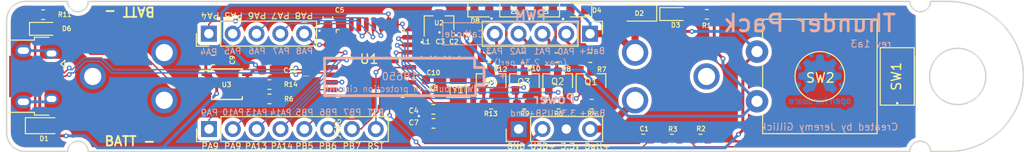
<source format=kicad_pcb>
(kicad_pcb (version 20171130) (host pcbnew "(5.1.4-0-10_14)")
  (layers (0 F.Cu signal) (31 B.Cu signal) (34 B.Paste user) (35 F.Paste user) (36 B.SilkS user) (37 F.SilkS user) (38 B.Mask user) (39 F.Mask user) (44 Edge.Cuts user))
  (net 0 "")
  (net 1 /BUTTON)
  (net 2 GND)
  (net 3 +3V3)
  (net 4 +BATT)
  (net 5 /VIN)
  (net 6 /VUSB)
  (net 7 "Net-(D3-Pad2)")
  (net 8 "Net-(D4-Pad1)")
  (net 9 "Net-(D5-Pad1)")
  (net 10 "Net-(D6-Pad1)")
  (net 11 "Net-(D7-Pad1)")
  (net 12 "Net-(D8-Pad1)")
  (net 13 /RESET)
  (net 14 /PB7)
  (net 15 /PB6)
  (net 16 /PA10)
  (net 17 /PA9)
  (net 18 /PA8)
  (net 19 /PA7)
  (net 20 /PA6)
  (net 21 /PA5)
  (net 22 /PA4)
  (net 23 /USB_D-)
  (net 24 /USB_D+)
  (net 25 "Net-(J6-Pad2)")
  (net 26 "Net-(J6-Pad3)")
  (net 27 "Net-(J6-Pad4)")
  (net 28 "Net-(J6-Pad5)")
  (net 29 /LED1)
  (net 30 /LED2)
  (net 31 /LED3)
  (net 32 /LED4)
  (net 33 "Net-(R2-Pad1)")
  (net 34 "Net-(R6-Pad1)")
  (net 35 "Net-(R11-Pad1)")
  (net 36 "Net-(C2-Pad1)")
  (net 37 "Net-(C8-Pad1)")
  (net 38 "Net-(C10-Pad1)")
  (net 39 "Net-(D1-Pad2)")
  (net 40 /PB5)
  (net 41 "Net-(R14-Pad1)")
  (net 42 /PA13)
  (net 43 /PA14)
  (module Symbol:OSHW-Logo2_7.3x6mm_Copper (layer B.Cu) (at 144.8 100.425 180)
    (fp_text reference REF** hide)
    (fp_text value OSHW-Logo2_7.3x6mm_Copper hide)
    (fp_poly (pts (xy 0.10391 2.757652) (xy 0.182454 2.757222) (xy 0.239298 2.756058) (xy 0.278105 2.753793) (xy 0.302538 2.75006) (xy 0.316262 2.744494) (xy 0.32294 2.736727) (xy 0.326236 2.726395) (xy 0.326556 2.725057) (xy 0.331562 2.700921) (xy 0.340829 2.653299) (xy 0.353392 2.587259) (xy 0.368287 2.507872) (xy 0.384551 2.420204) (xy 0.385119 2.417125) (xy 0.40141 2.331211) (xy 0.416652 2.255304) (xy 0.429861 2.193955) (xy 0.440054 2.151718) (xy 0.446248 2.133145) (xy 0.446543 2.132816) (xy 0.464788 2.123747) (xy 0.502405 2.108633) (xy 0.551271 2.090738) (xy 0.551543 2.090642) (xy 0.613093 2.067507) (xy 0.685657 2.038035) (xy 0.754057 2.008403) (xy 0.757294 2.006938) (xy 0.868702 1.956374) (xy 1.115399 2.12484) (xy 1.191077 2.176197) (xy 1.259631 2.222111) (xy 1.317088 2.25997) (xy 1.359476 2.287163) (xy 1.382825 2.301079) (xy 1.385042 2.302111) (xy 1.40201 2.297516) (xy 1.433701 2.275345) (xy 1.481352 2.234553) (xy 1.546198 2.174095) (xy 1.612397 2.109773) (xy 1.676214 2.046388) (xy 1.733329 1.988549) (xy 1.780305 1.939825) (xy 1.813703 1.90379) (xy 1.830085 1.884016) (xy 1.830694 1.882998) (xy 1.832505 1.869428) (xy 1.825683 1.847267) (xy 1.80854 1.813522) (xy 1.779393 1.7652) (xy 1.736555 1.699308) (xy 1.679448 1.614483) (xy 1.628766 1.539823) (xy 1.583461 1.47286) (xy 1.54615 1.417484) (xy 1.519452 1.37758) (xy 1.505985 1.357038) (xy 1.505137 1.355644) (xy 1.506781 1.335962) (xy 1.519245 1.297707) (xy 1.540048 1.248111) (xy 1.547462 1.232272) (xy 1.579814 1.16171) (xy 1.614328 1.081647) (xy 1.642365 1.012371) (xy 1.662568 0.960955) (xy 1.678615 0.921881) (xy 1.687888 0.901459) (xy 1.689041 0.899886) (xy 1.706096 0.897279) (xy 1.746298 0.890137) (xy 1.804302 0.879477) (xy 1.874763 0.866315) (xy 1.952335 0.851667) (xy 2.031672 0.836551) (xy 2.107431 0.821982) (xy 2.174264 0.808978) (xy 2.226828 0.798555) (xy 2.259776 0.79173) (xy 2.267857 0.789801) (xy 2.276205 0.785038) (xy 2.282506 0.774282) (xy 2.287045 0.753902) (xy 2.290104 0.720266) (xy 2.291967 0.669745) (xy 2.292918 0.598708) (xy 2.29324 0.503524) (xy 2.293257 0.464508) (xy 2.293257 0.147201) (xy 2.217057 0.132161) (xy 2.174663 0.124005) (xy 2.1114 0.112101) (xy 2.034962 0.097884) (xy 1.953043 0.08279) (xy 1.9304 0.078645) (xy 1.854806 0.063947) (xy 1.788953 0.049495) (xy 1.738366 0.036625) (xy 1.708574 0.026678) (xy 1.703612 0.023713) (xy 1.691426 0.002717) (xy 1.673953 -0.037967) (xy 1.654577 -0.090322) (xy 1.650734 -0.1016) (xy 1.625339 -0.171523) (xy 1.593817 -0.250418) (xy 1.562969 -0.321266) (xy 1.562817 -0.321595) (xy 1.511447 -0.432733) (xy 1.680399 -0.681253) (xy 1.849352 -0.929772) (xy 1.632429 -1.147058) (xy 1.566819 -1.211726) (xy 1.506979 -1.268733) (xy 1.456267 -1.315033) (xy 1.418046 -1.347584) (xy 1.395675 -1.363343) (xy 1.392466 -1.364343) (xy 1.373626 -1.356469) (xy 1.33518 -1.334578) (xy 1.28133 -1.301267) (xy 1.216276 -1.259131) (xy 1.14594 -1.211943) (xy 1.074555 -1.16381) (xy 1.010908 -1.121928) (xy 0.959041 -1.088871) (xy 0.922995 -1.067218) (xy 0.906867 -1.059543) (xy 0.887189 -1.066037) (xy 0.849875 -1.08315) (xy 0.802621 -1.107326) (xy 0.797612 -1.110013) (xy 0.733977 -1.141927) (xy 0.690341 -1.157579) (xy 0.663202 -1.157745) (xy 0.649057 -1.143204) (xy 0.648975 -1.143) (xy 0.641905 -1.125779) (xy 0.625042 -1.084899) (xy 0.599695 -1.023525) (xy 0.567171 -0.944819) (xy 0.528778 -0.851947) (xy 0.485822 -0.748072) (xy 0.444222 -0.647502) (xy 0.398504 -0.536516) (xy 0.356526 -0.433703) (xy 0.319548 -0.342215) (xy 0.288827 -0.265201) (xy 0.265622 -0.205815) (xy 0.25119 -0.167209) (xy 0.246743 -0.1528) (xy 0.257896 -0.136272) (xy 0.287069 -0.10993) (xy 0.325971 -0.080887) (xy 0.436757 0.010961) (xy 0.523351 0.116241) (xy 0.584716 0.232734) (xy 0.619815 0.358224) (xy 0.627608 0.490493) (xy 0.621943 0.551543) (xy 0.591078 0.678205) (xy 0.53792 0.790059) (xy 0.465767 0.885999) (xy 0.377917 0.964924) (xy 0.277665 1.02573) (xy 0.16831 1.067313) (xy 0.053147 1.088572) (xy -0.064525 1.088401) (xy -0.18141 1.065699) (xy -0.294211 1.019362) (xy -0.399631 0.948287) (xy -0.443632 0.908089) (xy -0.528021 0.804871) (xy -0.586778 0.692075) (xy -0.620296 0.57299) (xy -0.628965 0.450905) (xy -0.613177 0.329107) (xy -0.573322 0.210884) (xy -0.509793 0.099525) (xy -0.422979 -0.001684) (xy -0.325971 -0.080887) (xy -0.285563 -0.111162) (xy -0.257018 -0.137219) (xy -0.246743 -0.152825) (xy -0.252123 -0.169843) (xy -0.267425 -0.2105) (xy -0.291388 -0.271642) (xy -0.322756 -0.350119) (xy -0.360268 -0.44278) (xy -0.402667 -0.546472) (xy -0.444337 -0.647526) (xy -0.49031 -0.758607) (xy -0.532893 -0.861541) (xy -0.570779 -0.953165) (xy -0.60266 -1.030316) (xy -0.627229 -1.089831) (xy -0.64318 -1.128544) (xy -0.64909 -1.143) (xy -0.663052 -1.157685) (xy -0.69006 -1.157642) (xy -0.733587 -1.142099) (xy -0.79711 -1.110284) (xy -0.797612 -1.110013) (xy -0.84544 -1.085323) (xy -0.884103 -1.067338) (xy -0.905905 -1.059614) (xy -0.906867 -1.059543) (xy -0.923279 -1.067378) (xy -0.959513 -1.089165) (xy -1.011526 -1.122328) (xy -1.075275 -1.164291) (xy -1.14594 -1.211943) (xy -1.217884 -1.260191) (xy -1.282726 -1.302151) (xy -1.336265 -1.335227) (xy -1.374303 -1.356821) (xy -1.392467 -1.364343) (xy -1.409192 -1.354457) (xy -1.44282 -1.326826) (xy -1.48999 -1.284495) (xy -1.547342 -1.230505) (xy -1.611516 -1.167899) (xy -1.632503 -1.146983) (xy -1.849501 -0.929623) (xy -1.684332 -0.68722) (xy -1.634136 -0.612781) (xy -1.590081 -0.545972) (xy -1.554638 -0.490665) (xy -1.530281 -0.450729) (xy -1.519478 -0.430036) (xy -1.519162 -0.428563) (xy -1.524857 -0.409058) (xy -1.540174 -0.369822) (xy -1.562463 -0.31743) (xy -1.578107 -0.282355) (xy -1.607359 -0.215201) (xy -1.634906 -0.147358) (xy -1.656263 -0.090034) (xy -1.662065 -0.072572) (xy -1.678548 -0.025938) (xy -1.69466 0.010095) (xy -1.70351 0.023713) (xy -1.72304 0.032048) (xy -1.765666 0.043863) (xy -1.825855 0.057819) (xy -1.898078 0.072578) (xy -1.9304 0.078645) (xy -2.012478 0.093727) (xy -2.091205 0.108331) (xy -2.158891 0.12102) (xy -2.20784 0.130358) (xy -2.217057 0.132161) (xy -2.293257 0.147201) (xy -2.293257 0.464508) (xy -2.293086 0.568846) (xy -2.292384 0.647787) (xy -2.290866 0.704962) (xy -2.288251 0.744001) (xy -2.284254 0.768535) (xy -2.278591 0.782195) (xy -2.27098 0.788611) (xy -2.267857 0.789801) (xy -2.249022 0.79402) (xy -2.207412 0.802438) (xy -2.14837 0.814039) (xy -2.077243 0.827805) (xy -1.999375 0.84272) (xy -1.920113 0.857768) (xy -1.844802 0.871931) (xy -1.778787 0.884194) (xy -1.727413 0.893539) (xy -1.696025 0.89895) (xy -1.689041 0.899886) (xy -1.682715 0.912404) (xy -1.66871 0.945754) (xy -1.649645 0.993623) (xy -1.642366 1.012371) (xy -1.613004 1.084805) (xy -1.578429 1.16483) (xy -1.547463 1.232272) (xy -1.524677 1.283841) (xy -1.509518 1.326215) (xy -1.504458 1.352166) (xy -1.505264 1.355644) (xy -1.515959 1.372064) (xy -1.54038 1.408583) (xy -1.575905 1.461313) (xy -1.619913 1.526365) (xy -1.669783 1.599849) (xy -1.679644 1.614355) (xy -1.737508 1.700296) (xy -1.780044 1.765739) (xy -1.808946 1.813696) (xy -1.82591 1.84718) (xy -1.832633 1.869205) (xy -1.83081 1.882783) (xy -1.830764 1.882869) (xy -1.816414 1.900703) (xy -1.784677 1.935183) (xy -1.73899 1.982732) (xy -1.682796 2.039778) (xy -1.619532 2.102745) (xy -1.612398 2.109773) (xy -1.53267 2.18698) (xy -1.471143 2.24367) (xy -1.426579 2.28089) (xy -1.397743 2.299685) (xy -1.385042 2.302111) (xy -1.366506 2.291529) (xy -1.328039 2.267084) (xy -1.273614 2.231388) (xy -1.207202 2.187053) (xy -1.132775 2.136689) (xy -1.115399 2.12484) (xy -0.868703 1.956374) (xy -0.757294 2.006938) (xy -0.689543 2.036405) (xy -0.616817 2.066041) (xy -0.554297 2.08967) (xy -0.551543 2.090642) (xy -0.50264 2.108543) (xy -0.464943 2.12368) (xy -0.446575 2.13279) (xy -0.446544 2.132816) (xy -0.440715 2.149283) (xy -0.430808 2.189781) (xy -0.417805 2.249758) (xy -0.402691 2.32466) (xy -0.386448 2.409936) (xy -0.385119 2.417125) (xy -0.368825 2.504986) (xy -0.353867 2.58474) (xy -0.341209 2.651319) (xy -0.331814 2.699653) (xy -0.326646 2.724675) (xy -0.326556 2.725057) (xy -0.323411 2.735701) (xy -0.317296 2.743738) (xy -0.304547 2.749533) (xy -0.2815 2.753453) (xy -0.244491 2.755865) (xy -0.189856 2.757135) (xy -0.113933 2.757629) (xy -0.013056 2.757714) (xy 0 2.757714) (xy 0.10391 2.757652)) (layer B.Cu) (width 0.01))
    (fp_poly (pts (xy 3.153595 -1.966966) (xy 3.211021 -2.004497) (xy 3.238719 -2.038096) (xy 3.260662 -2.099064) (xy 3.262405 -2.147308) (xy 3.258457 -2.211816) (xy 3.109686 -2.276934) (xy 3.037349 -2.310202) (xy 2.990084 -2.336964) (xy 2.965507 -2.360144) (xy 2.961237 -2.382667) (xy 2.974889 -2.407455) (xy 2.989943 -2.423886) (xy 3.033746 -2.450235) (xy 3.081389 -2.452081) (xy 3.125145 -2.431546) (xy 3.157289 -2.390752) (xy 3.163038 -2.376347) (xy 3.190576 -2.331356) (xy 3.222258 -2.312182) (xy 3.265714 -2.295779) (xy 3.265714 -2.357966) (xy 3.261872 -2.400283) (xy 3.246823 -2.435969) (xy 3.21528 -2.476943) (xy 3.210592 -2.482267) (xy 3.175506 -2.51872) (xy 3.145347 -2.538283) (xy 3.107615 -2.547283) (xy 3.076335 -2.55023) (xy 3.020385 -2.550965) (xy 2.980555 -2.54166) (xy 2.955708 -2.527846) (xy 2.916656 -2.497467) (xy 2.889625 -2.464613) (xy 2.872517 -2.423294) (xy 2.863238 -2.367521) (xy 2.859693 -2.291305) (xy 2.85941 -2.252622) (xy 2.860372 -2.206247) (xy 2.948007 -2.206247) (xy 2.949023 -2.231126) (xy 2.951556 -2.2352) (xy 2.968274 -2.229665) (xy 3.004249 -2.215017) (xy 3.052331 -2.19419) (xy 3.062386 -2.189714) (xy 3.123152 -2.158814) (xy 3.156632 -2.131657) (xy 3.16399 -2.10622) (xy 3.146391 -2.080481) (xy 3.131856 -2.069109) (xy 3.07941 -2.046364) (xy 3.030322 -2.050122) (xy 2.989227 -2.077884) (xy 2.960758 -2.127152) (xy 2.951631 -2.166257) (xy 2.948007 -2.206247) (xy 2.860372 -2.206247) (xy 2.861285 -2.162249) (xy 2.868196 -2.095384) (xy 2.881884 -2.046695) (xy 2.904096 -2.010849) (xy 2.936574 -1.982513) (xy 2.950733 -1.973355) (xy 3.015053 -1.949507) (xy 3.085473 -1.948006) (xy 3.153595 -1.966966)) (layer B.Cu) (width 0.01))
    (fp_poly (pts (xy 2.6526 -1.958752) (xy 2.669948 -1.966334) (xy 2.711356 -1.999128) (xy 2.746765 -2.046547) (xy 2.768664 -2.097151) (xy 2.772229 -2.122098) (xy 2.760279 -2.156927) (xy 2.734067 -2.175357) (xy 2.705964 -2.186516) (xy 2.693095 -2.188572) (xy 2.686829 -2.173649) (xy 2.674456 -2.141175) (xy 2.669028 -2.126502) (xy 2.63859 -2.075744) (xy 2.59452 -2.050427) (xy 2.53801 -2.051206) (xy 2.533825 -2.052203) (xy 2.503655 -2.066507) (xy 2.481476 -2.094393) (xy 2.466327 -2.139287) (xy 2.45725 -2.204615) (xy 2.453286 -2.293804) (xy 2.452914 -2.341261) (xy 2.45273 -2.416071) (xy 2.451522 -2.467069) (xy 2.448309 -2.499471) (xy 2.442109 -2.518495) (xy 2.43194 -2.529356) (xy 2.416819 -2.537272) (xy 2.415946 -2.53767) (xy 2.386828 -2.549981) (xy 2.372403 -2.554514) (xy 2.370186 -2.540809) (xy 2.368289 -2.502925) (xy 2.366847 -2.445715) (xy 2.365998 -2.374027) (xy 2.365829 -2.321565) (xy 2.366692 -2.220047) (xy 2.37007 -2.143032) (xy 2.377142 -2.086023) (xy 2.389088 -2.044526) (xy 2.40709 -2.014043) (xy 2.432327 -1.99008) (xy 2.457247 -1.973355) (xy 2.517171 -1.951097) (xy 2.586911 -1.946076) (xy 2.6526 -1.958752)) (layer B.Cu) (width 0.01))
    (fp_poly (pts (xy 2.144876 -1.956335) (xy 2.186667 -1.975344) (xy 2.219469 -1.998378) (xy 2.243503 -2.024133) (xy 2.260097 -2.057358) (xy 2.270577 -2.1028) (xy 2.276271 -2.165207) (xy 2.278507 -2.249327) (xy 2.278743 -2.304721) (xy 2.278743 -2.520826) (xy 2.241774 -2.53767) (xy 2.212656 -2.549981) (xy 2.198231 -2.554514) (xy 2.195472 -2.541025) (xy 2.193282 -2.504653) (xy 2.191942 -2.451542) (xy 2.191657 -2.409372) (xy 2.190434 -2.348447) (xy 2.187136 -2.300115) (xy 2.182321 -2.270518) (xy 2.178496 -2.264229) (xy 2.152783 -2.270652) (xy 2.112418 -2.287125) (xy 2.065679 -2.309458) (xy 2.020845 -2.333457) (xy 1.986193 -2.35493) (xy 1.970002 -2.369685) (xy 1.969938 -2.369845) (xy 1.97133 -2.397152) (xy 1.983818 -2.423219) (xy 2.005743 -2.444392) (xy 2.037743 -2.451474) (xy 2.065092 -2.450649) (xy 2.103826 -2.450042) (xy 2.124158 -2.459116) (xy 2.136369 -2.483092) (xy 2.137909 -2.487613) (xy 2.143203 -2.521806) (xy 2.129047 -2.542568) (xy 2.092148 -2.552462) (xy 2.052289 -2.554292) (xy 1.980562 -2.540727) (xy 1.943432 -2.521355) (xy 1.897576 -2.475845) (xy 1.873256 -2.419983) (xy 1.871073 -2.360957) (xy 1.891629 -2.305953) (xy 1.922549 -2.271486) (xy 1.95342 -2.252189) (xy 2.001942 -2.227759) (xy 2.058485 -2.202985) (xy 2.06791 -2.199199) (xy 2.130019 -2.171791) (xy 2.165822 -2.147634) (xy 2.177337 -2.123619) (xy 2.16658 -2.096635) (xy 2.148114 -2.075543) (xy 2.104469 -2.049572) (xy 2.056446 -2.047624) (xy 2.012406 -2.067637) (xy 1.980709 -2.107551) (xy 1.976549 -2.117848) (xy 1.952327 -2.155724) (xy 1.916965 -2.183842) (xy 1.872343 -2.206917) (xy 1.872343 -2.141485) (xy 1.874969 -2.101506) (xy 1.88623 -2.069997) (xy 1.911199 -2.036378) (xy 1.935169 -2.010484) (xy 1.972441 -1.973817) (xy 2.001401 -1.954121) (xy 2.032505 -1.94622) (xy 2.067713 -1.944914) (xy 2.144876 -1.956335)) (layer B.Cu) (width 0.01))
    (fp_poly (pts (xy 1.779833 -1.958663) (xy 1.782048 -1.99685) (xy 1.783784 -2.054886) (xy 1.784899 -2.12818) (xy 1.785257 -2.205055) (xy 1.785257 -2.465196) (xy 1.739326 -2.511127) (xy 1.707675 -2.539429) (xy 1.67989 -2.550893) (xy 1.641915 -2.550168) (xy 1.62684 -2.548321) (xy 1.579726 -2.542948) (xy 1.540756 -2.539869) (xy 1.531257 -2.539585) (xy 1.499233 -2.541445) (xy 1.453432 -2.546114) (xy 1.435674 -2.548321) (xy 1.392057 -2.551735) (xy 1.362745 -2.54432) (xy 1.33368 -2.521427) (xy 1.323188 -2.511127) (xy 1.277257 -2.465196) (xy 1.277257 -1.978602) (xy 1.314226 -1.961758) (xy 1.346059 -1.949282) (xy 1.364683 -1.944914) (xy 1.369458 -1.958718) (xy 1.373921 -1.997286) (xy 1.377775 -2.056356) (xy 1.380722 -2.131663) (xy 1.382143 -2.195286) (xy 1.386114 -2.445657) (xy 1.420759 -2.450556) (xy 1.452268 -2.447131) (xy 1.467708 -2.436041) (xy 1.472023 -2.415308) (xy 1.475708 -2.371145) (xy 1.478469 -2.309146) (xy 1.480012 -2.234909) (xy 1.480235 -2.196706) (xy 1.480457 -1.976783) (xy 1.526166 -1.960849) (xy 1.558518 -1.950015) (xy 1.576115 -1.944962) (xy 1.576623 -1.944914) (xy 1.578388 -1.958648) (xy 1.580329 -1.99673) (xy 1.582282 -2.054482) (xy 1.584084 -2.127227) (xy 1.585343 -2.195286) (xy 1.589314 -2.445657) (xy 1.6764 -2.445657) (xy 1.680396 -2.21724) (xy 1.684392 -1.988822) (xy 1.726847 -1.966868) (xy 1.758192 -1.951793) (xy 1.776744 -1.944951) (xy 1.777279 -1.944914) (xy 1.779833 -1.958663)) (layer B.Cu) (width 0.01))
    (fp_poly (pts (xy 1.190117 -2.065358) (xy 1.189933 -2.173837) (xy 1.189219 -2.257287) (xy 1.187675 -2.319704) (xy 1.185001 -2.365085) (xy 1.180894 -2.397429) (xy 1.175055 -2.420733) (xy 1.167182 -2.438995) (xy 1.161221 -2.449418) (xy 1.111855 -2.505945) (xy 1.049264 -2.541377) (xy 0.980013 -2.55409) (xy 0.910668 -2.542463) (xy 0.869375 -2.521568) (xy 0.826025 -2.485422) (xy 0.796481 -2.441276) (xy 0.778655 -2.383462) (xy 0.770463 -2.306313) (xy 0.769302 -2.249714) (xy 0.769458 -2.245647) (xy 0.870857 -2.245647) (xy 0.871476 -2.31055) (xy 0.874314 -2.353514) (xy 0.88084 -2.381622) (xy 0.892523 -2.401953) (xy 0.906483 -2.417288) (xy 0.953365 -2.44689) (xy 1.003701 -2.449419) (xy 1.051276 -2.424705) (xy 1.054979 -2.421356) (xy 1.070783 -2.403935) (xy 1.080693 -2.383209) (xy 1.086058 -2.352362) (xy 1.088228 -2.304577) (xy 1.088571 -2.251748) (xy 1.087827 -2.185381) (xy 1.084748 -2.141106) (xy 1.078061 -2.112009) (xy 1.066496 -2.091173) (xy 1.057013 -2.080107) (xy 1.01296 -2.052198) (xy 0.962224 -2.048843) (xy 0.913796 -2.070159) (xy 0.90445 -2.078073) (xy 0.88854 -2.095647) (xy 0.87861 -2.116587) (xy 0.873278 -2.147782) (xy 0.871163 -2.196122) (xy 0.870857 -2.245647) (xy 0.769458 -2.245647) (xy 0.77281 -2.158568) (xy 0.784726 -2.090086) (xy 0.807135 -2.0386) (xy 0.842124 -1.998443) (xy 0.869375 -1.977861) (xy 0.918907 -1.955625) (xy 0.976316 -1.945304) (xy 1.029682 -1.948067) (xy 1.059543 -1.959212) (xy 1.071261 -1.962383) (xy 1.079037 -1.950557) (xy 1.084465 -1.918866) (xy 1.088571 -1.870593) (xy 1.093067 -1.816829) (xy 1.099313 -1.784482) (xy 1.110676 -1.765985) (xy 1.130528 -1.75377) (xy 1.143 -1.748362) (xy 1.190171 -1.728601) (xy 1.190117 -2.065358)) (layer B.Cu) (width 0.01))
    (fp_poly (pts (xy 0.529926 -1.949755) (xy 0.595858 -1.974084) (xy 0.649273 -2.017117) (xy 0.670164 -2.047409) (xy 0.692939 -2.102994) (xy 0.692466 -2.143186) (xy 0.668562 -2.170217) (xy 0.659717 -2.174813) (xy 0.62153 -2.189144) (xy 0.602028 -2.185472) (xy 0.595422 -2.161407) (xy 0.595086 -2.148114) (xy 0.582992 -2.09921) (xy 0.551471 -2.064999) (xy 0.507659 -2.048476) (xy 0.458695 -2.052634) (xy 0.418894 -2.074227) (xy 0.40545 -2.086544) (xy 0.395921 -2.101487) (xy 0.389485 -2.124075) (xy 0.385317 -2.159328) (xy 0.382597 -2.212266) (xy 0.380502 -2.287907) (xy 0.37996 -2.311857) (xy 0.377981 -2.39379) (xy 0.375731 -2.451455) (xy 0.372357 -2.489608) (xy 0.367006 -2.513004) (xy 0.358824 -2.526398) (xy 0.346959 -2.534545) (xy 0.339362 -2.538144) (xy 0.307102 -2.550452) (xy 0.288111 -2.554514) (xy 0.281836 -2.540948) (xy 0.278006 -2.499934) (xy 0.2766 -2.430999) (xy 0.277598 -2.333669) (xy 0.277908 -2.318657) (xy 0.280101 -2.229859) (xy 0.282693 -2.165019) (xy 0.286382 -2.119067) (xy 0.291864 -2.086935) (xy 0.299835 -2.063553) (xy 0.310993 -2.043852) (xy 0.31683 -2.03541) (xy 0.350296 -1.998057) (xy 0.387727 -1.969003) (xy 0.392309 -1.966467) (xy 0.459426 -1.946443) (xy 0.529926 -1.949755)) (layer B.Cu) (width 0.01))
    (fp_poly (pts (xy 0.039744 -1.950968) (xy 0.096616 -1.972087) (xy 0.097267 -1.972493) (xy 0.13244 -1.99838) (xy 0.158407 -2.028633) (xy 0.17667 -2.068058) (xy 0.188732 -2.121462) (xy 0.196096 -2.193651) (xy 0.200264 -2.289432) (xy 0.200629 -2.303078) (xy 0.205876 -2.508842) (xy 0.161716 -2.531678) (xy 0.129763 -2.54711) (xy 0.11047 -2.554423) (xy 0.109578 -2.554514) (xy 0.106239 -2.541022) (xy 0.103587 -2.504626) (xy 0.101956 -2.451452) (xy 0.1016 -2.408393) (xy 0.101592 -2.338641) (xy 0.098403 -2.294837) (xy 0.087288 -2.273944) (xy 0.063501 -2.272925) (xy 0.022296 -2.288741) (xy -0.039914 -2.317815) (xy -0.085659 -2.341963) (xy -0.109187 -2.362913) (xy -0.116104 -2.385747) (xy -0.116114 -2.386877) (xy -0.104701 -2.426212) (xy -0.070908 -2.447462) (xy -0.019191 -2.450539) (xy 0.018061 -2.450006) (xy 0.037703 -2.460735) (xy 0.049952 -2.486505) (xy 0.057002 -2.519337) (xy 0.046842 -2.537966) (xy 0.043017 -2.540632) (xy 0.007001 -2.55134) (xy -0.043434 -2.552856) (xy -0.095374 -2.545759) (xy -0.132178 -2.532788) (xy -0.183062 -2.489585) (xy -0.211986 -2.429446) (xy -0.217714 -2.382462) (xy -0.213343 -2.340082) (xy -0.197525 -2.305488) (xy -0.166203 -2.274763) (xy -0.115322 -2.24399) (xy -0.040824 -2.209252) (xy -0.036286 -2.207288) (xy 0.030821 -2.176287) (xy 0.072232 -2.150862) (xy 0.089981 -2.128014) (xy 0.086107 -2.104745) (xy 0.062643 -2.078056) (xy 0.055627 -2.071914) (xy 0.00863 -2.0481) (xy -0.040067 -2.049103) (xy -0.082478 -2.072451) (xy -0.110616 -2.115675) (xy -0.113231 -2.12416) (xy -0.138692 -2.165308) (xy -0.170999 -2.185128) (xy -0.217714 -2.20477) (xy -0.217714 -2.15395) (xy -0.203504 -2.080082) (xy -0.161325 -2.012327) (xy -0.139376 -1.989661) (xy -0.089483 -1.960569) (xy -0.026033 -1.9474) (xy 0.039744 -1.950968)) (layer B.Cu) (width 0.01))
    (fp_poly (pts (xy -0.624114 -1.851289) (xy -0.619861 -1.910613) (xy -0.614975 -1.945572) (xy -0.608205 -1.96082) (xy -0.598298 -1.961015) (xy -0.595086 -1.959195) (xy -0.552356 -1.946015) (xy -0.496773 -1.946785) (xy -0.440263 -1.960333) (xy -0.404918 -1.977861) (xy -0.368679 -2.005861) (xy -0.342187 -2.037549) (xy -0.324001 -2.077813) (xy -0.312678 -2.131543) (xy -0.306778 -2.203626) (xy -0.304857 -2.298951) (xy -0.304823 -2.317237) (xy -0.3048 -2.522646) (xy -0.350509 -2.53858) (xy -0.382973 -2.54942) (xy -0.400785 -2.554468) (xy -0.401309 -2.554514) (xy -0.403063 -2.540828) (xy -0.404556 -2.503076) (xy -0.405674 -2.446224) (xy -0.406303 -2.375234) (xy -0.4064 -2.332073) (xy -0.406602 -2.246973) (xy -0.407642 -2.185981) (xy -0.410169 -2.144177) (xy -0.414836 -2.116642) (xy -0.422293 -2.098456) (xy -0.433189 -2.084698) (xy -0.439993 -2.078073) (xy -0.486728 -2.051375) (xy -0.537728 -2.049375) (xy -0.583999 -2.071955) (xy -0.592556 -2.080107) (xy -0.605107 -2.095436) (xy -0.613812 -2.113618) (xy -0.619369 -2.139909) (xy -0.622474 -2.179562) (xy -0.623824 -2.237832) (xy -0.624114 -2.318173) (xy -0.624114 -2.522646) (xy -0.669823 -2.53858) (xy -0.702287 -2.54942) (xy -0.720099 -2.554468) (xy -0.720623 -2.554514) (xy -0.721963 -2.540623) (xy -0.723172 -2.501439) (xy -0.724199 -2.4407) (xy -0.724998 -2.362141) (xy -0.725519 -2.269498) (xy -0.725714 -2.166509) (xy -0.725714 -1.769342) (xy -0.678543 -1.749444) (xy -0.631371 -1.729547) (xy -0.624114 -1.851289)) (layer B.Cu) (width 0.01))
    (fp_poly (pts (xy -1.831697 -1.931239) (xy -1.774473 -1.969735) (xy -1.730251 -2.025335) (xy -1.703833 -2.096086) (xy -1.69849 -2.148162) (xy -1.699097 -2.169893) (xy -1.704178 -2.186531) (xy -1.718145 -2.201437) (xy -1.745411 -2.217973) (xy -1.790388 -2.239498) (xy -1.857489 -2.269374) (xy -1.857829 -2.269524) (xy -1.919593 -2.297813) (xy -1.970241 -2.322933) (xy -2.004596 -2.342179) (xy -2.017482 -2.352848) (xy -2.017486 -2.352934) (xy -2.006128 -2.376166) (xy -1.979569 -2.401774) (xy -1.949077 -2.420221) (xy -1.93363 -2.423886) (xy -1.891485 -2.411212) (xy -1.855192 -2.379471) (xy -1.837483 -2.344572) (xy -1.820448 -2.318845) (xy -1.787078 -2.289546) (xy -1.747851 -2.264235) (xy -1.713244 -2.250471) (xy -1.706007 -2.249714) (xy -1.697861 -2.26216) (xy -1.69737 -2.293972) (xy -1.703357 -2.336866) (xy -1.714643 -2.382558) (xy -1.73005 -2.422761) (xy -1.730829 -2.424322) (xy -1.777196 -2.489062) (xy -1.837289 -2.533097) (xy -1.905535 -2.554711) (xy -1.976362 -2.552185) (xy -2.044196 -2.523804) (xy -2.047212 -2.521808) (xy -2.100573 -2.473448) (xy -2.13566 -2.410352) (xy -2.155078 -2.327387) (xy -2.157684 -2.304078) (xy -2.162299 -2.194055) (xy -2.156767 -2.142748) (xy -2.017486 -2.142748) (xy -2.015676 -2.174753) (xy -2.005778 -2.184093) (xy -1.981102 -2.177105) (xy -1.942205 -2.160587) (xy -1.898725 -2.139881) (xy -1.897644 -2.139333) (xy -1.860791 -2.119949) (xy -1.846 -2.107013) (xy -1.849647 -2.093451) (xy -1.865005 -2.075632) (xy -1.904077 -2.049845) (xy -1.946154 -2.04795) (xy -1.983897 -2.066717) (xy -2.009966 -2.102915) (xy -2.017486 -2.142748) (xy -2.156767 -2.142748) (xy -2.152806 -2.106027) (xy -2.12845 -2.036212) (xy -2.094544 -1.987302) (xy -2.033347 -1.937878) (xy -1.965937 -1.913359) (xy -1.89712 -1.911797) (xy -1.831697 -1.931239)) (layer B.Cu) (width 0.01))
    (fp_poly (pts (xy -2.958885 -1.921962) (xy -2.890855 -1.957733) (xy -2.840649 -2.015301) (xy -2.822815 -2.052312) (xy -2.808937 -2.107882) (xy -2.801833 -2.178096) (xy -2.80116 -2.254727) (xy -2.806573 -2.329552) (xy -2.81773 -2.394342) (xy -2.834286 -2.440873) (xy -2.839374 -2.448887) (xy -2.899645 -2.508707) (xy -2.971231 -2.544535) (xy -3.048908 -2.55502) (xy -3.127452 -2.53881) (xy -3.149311 -2.529092) (xy -3.191878 -2.499143) (xy -3.229237 -2.459433) (xy -3.232768 -2.454397) (xy -3.247119 -2.430124) (xy -3.256606 -2.404178) (xy -3.26221 -2.370022) (xy -3.264914 -2.321119) (xy -3.265701 -2.250935) (xy -3.265714 -2.2352) (xy -3.265678 -2.230192) (xy -3.120571 -2.230192) (xy -3.119727 -2.29643) (xy -3.116404 -2.340386) (xy -3.109417 -2.368779) (xy -3.097584 -2.388325) (xy -3.091543 -2.394857) (xy -3.056814 -2.41968) (xy -3.023097 -2.418548) (xy -2.989005 -2.397016) (xy -2.968671 -2.374029) (xy -2.956629 -2.340478) (xy -2.949866 -2.287569) (xy -2.949402 -2.281399) (xy -2.948248 -2.185513) (xy -2.960312 -2.114299) (xy -2.98543 -2.068194) (xy -3.02344 -2.047635) (xy -3.037008 -2.046514) (xy -3.072636 -2.052152) (xy -3.097006 -2.071686) (xy -3.111907 -2.109042) (xy -3.119125 -2.16815) (xy -3.120571 -2.230192) (xy -3.265678 -2.230192) (xy -3.265174 -2.160413) (xy -3.262904 -2.108159) (xy -3.257932 -2.071949) (xy -3.249287 -2.045299) (xy -3.235995 -2.021722) (xy -3.233057 -2.017338) (xy -3.183687 -1.958249) (xy -3.129891 -1.923947) (xy -3.064398 -1.910331) (xy -3.042158 -1.909665) (xy -2.958885 -1.921962)) (layer B.Cu) (width 0.01))
    (fp_poly (pts (xy -1.283907 -1.92778) (xy -1.237328 -1.954723) (xy -1.204943 -1.981466) (xy -1.181258 -2.009484) (xy -1.164941 -2.043748) (xy -1.154661 -2.089227) (xy -1.149086 -2.150892) (xy -1.146884 -2.233711) (xy -1.146629 -2.293246) (xy -1.146629 -2.512391) (xy -1.208314 -2.540044) (xy -1.27 -2.567697) (xy -1.277257 -2.32767) (xy -1.280256 -2.238028) (xy -1.283402 -2.172962) (xy -1.287299 -2.128026) (xy -1.292553 -2.09877) (xy -1.299769 -2.080748) (xy -1.30955 -2.069511) (xy -1.312688 -2.067079) (xy -1.360239 -2.048083) (xy -1.408303 -2.0556) (xy -1.436914 -2.075543) (xy -1.448553 -2.089675) (xy -1.456609 -2.10822) (xy -1.461729 -2.136334) (xy -1.464559 -2.179173) (xy -1.465744 -2.241895) (xy -1.465943 -2.307261) (xy -1.465982 -2.389268) (xy -1.467386 -2.447316) (xy -1.472086 -2.486465) (xy -1.482013 -2.51178) (xy -1.499097 -2.528323) (xy -1.525268 -2.541156) (xy -1.560225 -2.554491) (xy -1.598404 -2.569007) (xy -1.593859 -2.311389) (xy -1.592029 -2.218519) (xy -1.589888 -2.149889) (xy -1.586819 -2.100711) (xy -1.582206 -2.066198) (xy -1.575432 -2.041562) (xy -1.565881 -2.022016) (xy -1.554366 -2.00477) (xy -1.49881 -1.94968) (xy -1.43102 -1.917822) (xy -1.357287 -1.910191) (xy -1.283907 -1.92778)) (layer B.Cu) (width 0.01))
    (fp_poly (pts (xy -2.400256 -1.919918) (xy -2.344799 -1.947568) (xy -2.295852 -1.99848) (xy -2.282371 -2.017338) (xy -2.267686 -2.042015) (xy -2.258158 -2.068816) (xy -2.252707 -2.104587) (xy -2.250253 -2.156169) (xy -2.249714 -2.224267) (xy -2.252148 -2.317588) (xy -2.260606 -2.387657) (xy -2.276826 -2.439931) (xy -2.302546 -2.479869) (xy -2.339503 -2.512929) (xy -2.342218 -2.514886) (xy -2.37864 -2.534908) (xy -2.422498 -2.544815) (xy -2.478276 -2.547257) (xy -2.568952 -2.547257) (xy -2.56899 -2.635283) (xy -2.569834 -2.684308) (xy -2.574976 -2.713065) (xy -2.588413 -2.730311) (xy -2.614142 -2.744808) (xy -2.620321 -2.747769) (xy -2.649236 -2.761648) (xy -2.671624 -2.770414) (xy -2.688271 -2.771171) (xy -2.699964 -2.761023) (xy -2.70749 -2.737073) (xy -2.711634 -2.696426) (xy -2.713185 -2.636186) (xy -2.712929 -2.553455) (xy -2.711651 -2.445339) (xy -2.711252 -2.413) (xy -2.709815 -2.301524) (xy -2.708528 -2.228603) (xy -2.569029 -2.228603) (xy -2.568245 -2.290499) (xy -2.56476 -2.330997) (xy -2.556876 -2.357708) (xy -2.542895 -2.378244) (xy -2.533403 -2.38826) (xy -2.494596 -2.417567) (xy -2.460237 -2.419952) (xy -2.424784 -2.39575) (xy -2.423886 -2.394857) (xy -2.409461 -2.376153) (xy -2.400687 -2.350732) (xy -2.396261 -2.311584) (xy -2.394882 -2.251697) (xy -2.394857 -2.23843) (xy -2.398188 -2.155901) (xy -2.409031 -2.098691) (xy -2.42866 -2.063766) (xy -2.45835 -2.048094) (xy -2.475509 -2.046514) (xy -2.516234 -2.053926) (xy -2.544168 -2.07833) (xy -2.560983 -2.12298) (xy -2.56835 -2.19113) (xy -2.569029 -2.228603) (xy -2.708528 -2.228603) (xy -2.708292 -2.215245) (xy -2.706323 -2.150333) (xy -2.70355 -2.102958) (xy -2.699612 -2.06929) (xy -2.694151 -2.045498) (xy -2.686808 -2.027753) (xy -2.677223 -2.012224) (xy -2.673113 -2.006381) (xy -2.618595 -1.951185) (xy -2.549664 -1.91989) (xy -2.469928 -1.911165) (xy -2.400256 -1.919918)) (layer B.Cu) (width 0.01))
  )
  (module Package_QFP:LQFP-32_7x7mm_P0.8mm (layer F.Cu) (at 96.85 98.625 180)
    (fp_text reference U1 (at 0.1 0.475) (layer F.SilkS))
    (fp_text value STM32L072KZTx)
    (pad 1 smd roundrect (at -4.175 -2.8 180) (size 1.5 0.5) (layers F.Cu F.Paste F.Mask) (net 3 +3V3))
    (pad 2 smd roundrect (at -4.175 -2 180) (size 1.5 0.5) (layers F.Cu F.Paste F.Mask) (net 37 "Net-(C8-Pad1)"))
    (pad 3 smd roundrect (at -4.175 -1.2 180) (size 1.5 0.5) (layers F.Cu F.Paste F.Mask) (net 38 "Net-(C10-Pad1)"))
    (pad 4 smd roundrect (at -4.175 -0.4 180) (size 1.5 0.5) (layers F.Cu F.Paste F.Mask) (net 13 /RESET))
    (pad 5 smd roundrect (at -4.175 0.4 180) (size 1.5 0.5) (layers F.Cu F.Paste F.Mask) (net 36 "Net-(C2-Pad1)"))
    (pad 6 smd roundrect (at -4.175 1.2 180) (size 1.5 0.5) (layers F.Cu F.Paste F.Mask) (net 29 /LED1))
    (pad 7 smd roundrect (at -4.175 2 180) (size 1.5 0.5) (layers F.Cu F.Paste F.Mask) (net 30 /LED2))
    (pad 8 smd roundrect (at -4.175 2.8 180) (size 1.5 0.5) (layers F.Cu F.Paste F.Mask) (net 31 /LED3))
    (pad 9 smd roundrect (at -2.8 4.175 180) (size 0.5 1.5) (layers F.Cu F.Paste F.Mask) (net 32 /LED4))
    (pad 10 smd roundrect (at -2 4.175 180) (size 0.5 1.5) (layers F.Cu F.Paste F.Mask) (net 22 /PA4))
    (pad 11 smd roundrect (at -1.2 4.175 180) (size 0.5 1.5) (layers F.Cu F.Paste F.Mask) (net 21 /PA5))
    (pad 12 smd roundrect (at -0.4 4.175 180) (size 0.5 1.5) (layers F.Cu F.Paste F.Mask) (net 20 /PA6))
    (pad 13 smd roundrect (at 0.4 4.175 180) (size 0.5 1.5) (layers F.Cu F.Paste F.Mask) (net 19 /PA7))
    (pad 14 smd roundrect (at 1.2 4.175 180) (size 0.5 1.5) (layers F.Cu F.Paste F.Mask))
    (pad 15 smd roundrect (at 2 4.175 180) (size 0.5 1.5) (layers F.Cu F.Paste F.Mask))
    (pad 16 smd roundrect (at 2.8 4.175 180) (size 0.5 1.5) (layers F.Cu F.Paste F.Mask) (net 2 GND))
    (pad 17 smd roundrect (at 4.175 2.8 180) (size 1.5 0.5) (layers F.Cu F.Paste F.Mask) (net 3 +3V3))
    (pad 18 smd roundrect (at 4.175 2 180) (size 1.5 0.5) (layers F.Cu F.Paste F.Mask) (net 18 /PA8))
    (pad 19 smd roundrect (at 4.175 1.2 180) (size 1.5 0.5) (layers F.Cu F.Paste F.Mask) (net 17 /PA9))
    (pad 20 smd roundrect (at 4.175 0.4 180) (size 1.5 0.5) (layers F.Cu F.Paste F.Mask) (net 16 /PA10))
    (pad 21 smd roundrect (at 4.175 -0.4 180) (size 1.5 0.5) (layers F.Cu F.Paste F.Mask) (net 23 /USB_D-))
    (pad 22 smd roundrect (at 4.175 -1.2 180) (size 1.5 0.5) (layers F.Cu F.Paste F.Mask) (net 24 /USB_D+))
    (pad 23 smd roundrect (at 4.175 -2 180) (size 1.5 0.5) (layers F.Cu F.Paste F.Mask) (net 42 /PA13))
    (pad 24 smd roundrect (at 4.175 -2.8 180) (size 1.5 0.5) (layers F.Cu F.Paste F.Mask) (net 43 /PA14))
    (pad 25 smd roundrect (at 2.8 -4.175 180) (size 0.5 1.5) (layers F.Cu F.Paste F.Mask))
    (pad 26 smd roundrect (at 2 -4.175 180) (size 0.5 1.5) (layers F.Cu F.Paste F.Mask))
    (pad 27 smd roundrect (at 1.2 -4.175 180) (size 0.5 1.5) (layers F.Cu F.Paste F.Mask) (net 1 /BUTTON))
    (pad 28 smd roundrect (at 0.4 -4.175 180) (size 0.5 1.5) (layers F.Cu F.Paste F.Mask) (net 40 /PB5))
    (pad 29 smd roundrect (at -0.4 -4.175 180) (size 0.5 1.5) (layers F.Cu F.Paste F.Mask) (net 15 /PB6))
    (pad 30 smd roundrect (at -1.2 -4.175 180) (size 0.5 1.5) (layers F.Cu F.Paste F.Mask) (net 14 /PB7))
    (pad 31 smd roundrect (at -2 -4.175 180) (size 0.5 1.5) (layers F.Cu F.Paste F.Mask) (net 1 /BUTTON))
    (pad 32 smd roundrect (at -2.8 -4.175 180) (size 0.5 1.5) (layers F.Cu F.Paste F.Mask) (net 2 GND))
  )
  (module Capacitor_SMD:C_0603_1608Metric (layer F.Cu) (at 103.6 103.505)
    (fp_text reference C4 (at -2.1 0.145) (layer F.SilkS) (effects (font (size 0.55 0.55) (thickness 0.1))))
    (fp_text value 100nf)
    (pad 1 smd roundrect (at -0.7875 0) (size 0.875 0.95) (layers F.Cu F.Paste F.Mask) (net 3 +3V3))
    (pad 2 smd roundrect (at 0.7875 0) (size 0.875 0.95) (layers F.Cu F.Paste F.Mask) (net 2 GND))
  )
  (module Capacitor_SMD:C_0603_1608Metric (layer F.Cu) (at 103.6 105)
    (fp_text reference C7 (at -2.1 -0.075 180) (layer F.SilkS) (effects (font (size 0.55 0.55) (thickness 0.1))))
    (fp_text value 4.7uF)
    (pad 2 smd roundrect (at 0.7875 0) (size 0.875 0.95) (layers F.Cu F.Paste F.Mask) (net 2 GND))
    (pad 1 smd roundrect (at -0.7875 0) (size 0.875 0.95) (layers F.Cu F.Paste F.Mask) (net 3 +3V3))
  )
  (module Jeremy:Battery_Clips_18650 (layer F.Cu) (at 100 100)
    (fp_text reference J2 hide)
    (fp_text value Battery hide)
    (fp_text user "With built-in protection circuit!" (at 0 1.325) (layer B.SilkS) (effects (font (size 0.65 0.65) (thickness 0.08)) (justify mirror)))
    (fp_text user - (at -10 -0.1016) (layer B.SilkS) (effects (font (size 0.7 0.7) (thickness 0.1)) (justify mirror)))
    (fp_text user + (at 11 -0.1016) (layer B.SilkS) (effects (font (size 0.7 0.7) (thickness 0.1)) (justify mirror)))
    (fp_text user 18650 (at 0 0) (layer B.SilkS) (effects (font (size 0.8 0.8) (thickness 0.1)) (justify mirror)))
    (pad 2 thru_hole circle (at -25.1 -2.54) (size 2.8 2.8) (drill 1.83) (layers *.Cu *.Mask) (net 2 GND))
    (pad 2 thru_hole circle (at -25.1 2.54) (size 2.8 2.8) (drill 1.83) (layers *.Cu *.Mask) (net 2 GND))
    (pad 1 thru_hole circle (at 25.1 -2.54) (size 2.8 2.8) (drill 1.83) (layers *.Cu *.Mask) (net 4 +BATT))
    (pad 1 thru_hole circle (at 25.1 2.54) (size 2.8 2.8) (drill 1.83) (layers *.Cu *.Mask) (net 4 +BATT))
    (pad 1 thru_hole circle (at 32.72 0) (size 2.8 2.8) (drill 1.83) (layers *.Cu *.Mask) (net 4 +BATT))
    (pad 2 thru_hole circle (at -32.72 0) (size 2.8 2.8) (drill 1.83) (layers *.Cu *.Mask) (net 2 GND))
  )
  (module Package_TO_SOT_SMD:SOT-23 (layer F.Cu) (at 104.2 94.3 90)
    (fp_text reference U2 (at 0 0) (layer F.SilkS) (effects (font (size 0.5 0.5) (thickness 0.1))))
    (fp_text value AP2210N-3.3TRG1)
    (pad 1 smd rect (at -1 -0.95 90) (size 0.9 0.8) (layers F.Cu F.Paste F.Mask) (net 2 GND))
    (pad 2 smd rect (at -1 0.95 90) (size 0.9 0.8) (layers F.Cu F.Paste F.Mask) (net 3 +3V3))
    (pad 3 smd rect (at 1 0 90) (size 0.9 0.8) (layers F.Cu F.Paste F.Mask) (net 5 /VIN))
  )
  (module Connector_PinHeader_2.54mm:PinHeader_1x08_P2.54mm_Vertical (layer F.Cu) (at 79.68 105.61 90)
    (fp_text reference J7 hide)
    (fp_text value GPIO)
    (pad 8 thru_hole oval (at 0 17.78 90) (size 1.7 1.7) (drill 1) (layers *.Cu *.Mask) (net 13 /RESET))
    (pad 7 thru_hole oval (at 0 15.24 90) (size 1.7 1.7) (drill 1) (layers *.Cu *.Mask) (net 14 /PB7))
    (pad 6 thru_hole oval (at 0 12.7 90) (size 1.7 1.7) (drill 1) (layers *.Cu *.Mask) (net 15 /PB6))
    (pad 5 thru_hole oval (at 0 10.16 90) (size 1.7 1.7) (drill 1) (layers *.Cu *.Mask) (net 40 /PB5))
    (pad 4 thru_hole oval (at 0 7.62 90) (size 1.7 1.7) (drill 1) (layers *.Cu *.Mask) (net 43 /PA14))
    (pad 3 thru_hole oval (at 0 5.08 90) (size 1.7 1.7) (drill 1) (layers *.Cu *.Mask) (net 42 /PA13))
    (pad 2 thru_hole oval (at 0 2.54 90) (size 1.7 1.7) (drill 1) (layers *.Cu *.Mask) (net 16 /PA10))
    (pad 1 thru_hole rect (at 0 0 90) (size 1.7 1.7) (drill 1) (layers *.Cu *.Mask) (net 17 /PA9))
  )
  (module Capacitor_SMD:C_0603_1608Metric (layer F.Cu) (at 80.125 98.25)
    (fp_text reference C9 (at 2.05 0 -90) (layer F.SilkS) (effects (font (size 0.5 0.5) (thickness 0.1))))
    (fp_text value 1uF)
    (pad 2 smd roundrect (at 0.7875 0) (size 0.875 0.95) (layers F.Cu F.Paste F.Mask) (net 2 GND))
    (pad 1 smd roundrect (at -0.7875 0) (size 0.875 0.95) (layers F.Cu F.Paste F.Mask) (net 6 /VUSB))
  )
  (module Package_SO:TSSOP-10_3x3mm_P0.5mm (layer F.Cu) (at 81.595 100.825)
    (fp_text reference U3 (at -0.05 0.05) (layer F.SilkS) (effects (font (size 0.5 0.5) (thickness 0.1))))
    (fp_text value MCP73833-AMI_UN)
    (pad 10 smd rect (at 2.15 -1) (size 1.1 0.25) (layers F.Cu F.Paste F.Mask) (net 4 +BATT))
    (pad 9 smd rect (at 2.15 -0.5) (size 1.1 0.25) (layers F.Cu F.Paste F.Mask) (net 4 +BATT))
    (pad 8 smd rect (at 2.15 0) (size 1.1 0.25) (layers F.Cu F.Paste F.Mask) (net 41 "Net-(R14-Pad1)"))
    (pad 7 smd rect (at 2.15 0.5) (size 1.1 0.25) (layers F.Cu F.Paste F.Mask))
    (pad 6 smd rect (at 2.15 1) (size 1.1 0.25) (layers F.Cu F.Paste F.Mask) (net 34 "Net-(R6-Pad1)"))
    (pad 5 smd rect (at -2.15 1) (size 1.1 0.25) (layers F.Cu F.Paste F.Mask) (net 2 GND))
    (pad 4 smd rect (at -2.15 0.5) (size 1.1 0.25) (layers F.Cu F.Paste F.Mask))
    (pad 3 smd rect (at -2.15 0) (size 1.1 0.25) (layers F.Cu F.Paste F.Mask) (net 35 "Net-(R11-Pad1)"))
    (pad 2 smd rect (at -2.15 -0.5) (size 1.1 0.25) (layers F.Cu F.Paste F.Mask) (net 6 /VUSB))
    (pad 1 smd rect (at -2.15 -1) (size 1.1 0.25) (layers F.Cu F.Paste F.Mask) (net 6 /VUSB))
  )
  (module Capacitor_SMD:C_0603_1608Metric (layer F.Cu) (at 86.125 99.315)
    (fp_text reference C11 (at 2.225 0.035 -180) (layer F.SilkS) (effects (font (size 0.5 0.5) (thickness 0.1))))
    (fp_text value 1uf)
    (pad 2 smd roundrect (at 0.7875 0) (size 0.875 0.95) (layers F.Cu F.Paste F.Mask) (net 2 GND))
    (pad 1 smd roundrect (at -0.7875 0) (size 0.875 0.95) (layers F.Cu F.Paste F.Mask) (net 4 +BATT))
  )
  (module Resistor_SMD:R_0603_1608Metric (layer F.Cu) (at 86.115 100.865)
    (fp_text reference R14 (at 2.285 -0.015) (layer F.SilkS) (effects (font (size 0.5 0.5) (thickness 0.1))))
    (fp_text value 10k)
    (pad 2 smd roundrect (at 0.7875 0) (size 0.875 0.95) (layers F.Cu F.Paste F.Mask) (net 2 GND))
    (pad 1 smd roundrect (at -0.7875 0) (size 0.875 0.95) (layers F.Cu F.Paste F.Mask) (net 41 "Net-(R14-Pad1)"))
  )
  (module Jeremy:USB_Micro-B_Amphenol_10103594-0001LF_Horizontal (layer F.Cu) (at 61 100 270)
    (fp_text reference J4 hide)
    (fp_text value USB_B_Micro)
    (pad 6 smd rect (at 0 1.385) (size 2.5 4.4) (layers F.Cu F.Paste F.Mask) (net 2 GND))
    (pad 6 thru_hole oval (at 2.705 1.115) (size 1.7 1.35) (drill oval 1.2 0.7) (layers *.Cu *.Mask) (net 2 GND))
    (pad 6 thru_hole oval (at -2.755 1.115) (size 1.7 1.35) (drill oval 1.2 0.7) (layers *.Cu *.Mask) (net 2 GND))
    (pad 6 thru_hole oval (at 2.395 -1.885) (size 1.5 1.1) (drill oval 1.05 0.65) (layers *.Cu *.Mask) (net 2 GND))
    (pad 6 thru_hole oval (at -2.445 -1.885) (size 1.5 1.1) (drill oval 1.05 0.65) (layers *.Cu *.Mask) (net 2 GND))
    (pad 5 smd rect (at 1.275 -1.765) (size 1.65 0.4) (layers F.Cu F.Paste F.Mask) (net 2 GND))
    (pad 4 smd rect (at 0.625 -1.765) (size 1.65 0.4) (layers F.Cu F.Paste F.Mask))
    (pad 3 smd rect (at -0.025 -1.765) (size 1.65 0.4) (layers F.Cu F.Paste F.Mask) (net 24 /USB_D+))
    (pad 2 smd rect (at -0.675 -1.765) (size 1.65 0.4) (layers F.Cu F.Paste F.Mask) (net 23 /USB_D-))
    (pad 1 smd rect (at -1.325 -1.765) (size 1.65 0.4) (layers F.Cu F.Paste F.Mask) (net 39 "Net-(D1-Pad2)"))
    (pad 6 smd rect (at 2.875 -1.885 270) (size 2 1.5) (layers F.Cu F.Paste F.Mask) (net 2 GND))
    (pad 6 smd rect (at -2.875 -1.865 270) (size 2 1.5) (layers F.Cu F.Paste F.Mask) (net 2 GND))
  )
  (module Button_Switch_THT:SW_CW_GPTS203211B (layer F.Cu) (at 138.1 97.35)
    (fp_text reference SW2 (at 6.75 2.8) (layer F.SilkS))
    (fp_text value Power)
    (pad 2 thru_hole circle (at 0 5.3) (size 2.4 2.4) (drill 1.2) (layers *.Cu *.Mask) (net 5 /VIN))
    (pad 1 thru_hole circle (at 0 0) (size 2.4 2.4) (drill 1.2) (layers *.Cu *.Mask) (net 6 /VUSB))
  )
  (module Button_Switch_SMD:SW_SPST_FSMSM (layer F.Cu) (at 153.05 100 90)
    (fp_text reference SW1 (at 0 -0.1 90) (layer F.SilkS))
    (fp_text value Mode)
    (pad 2 smd rect (at 4.59 0 90) (size 2.18 1.6) (layers F.Cu F.Paste F.Mask) (net 33 "Net-(R2-Pad1)"))
    (pad 1 smd rect (at -4.59 0 90) (size 2.18 1.6) (layers F.Cu F.Paste F.Mask) (net 3 +3V3))
  )
  (module Diode_SMD:D_SOD-323_HandSoldering (layer F.Cu) (at 62 105.25)
    (fp_text reference D1 (at 0.1 1.375) (layer F.SilkS) (effects (font (size 0.5 0.5) (thickness 0.1))))
    (fp_text value 20V2A)
    (pad 2 smd rect (at 1.25 0) (size 1 1) (layers F.Cu F.Paste F.Mask) (net 39 "Net-(D1-Pad2)"))
    (pad 1 smd rect (at -1.25 0) (size 1 1) (layers F.Cu F.Paste F.Mask) (net 6 /VUSB))
  )
  (module Diode_SMD:D_SOD-323_HandSoldering (layer F.Cu) (at 125.5 93.25 180)
    (fp_text reference D2 (at -0.05 -0.025) (layer F.SilkS) (effects (font (size 0.5 0.5) (thickness 0.1))))
    (fp_text value 20V2A)
    (pad 1 smd rect (at -1.25 0 180) (size 1 1) (layers F.Cu F.Paste F.Mask) (net 6 /VUSB))
    (pad 2 smd rect (at 1.25 0 180) (size 1 1) (layers F.Cu F.Paste F.Mask) (net 4 +BATT))
  )
  (module LED_SMD:LED_0603_1608Metric (layer F.Cu) (at 108.76 92.915)
    (fp_text reference D8 (at -0.71 1.16) (layer F.SilkS) (effects (font (size 0.5 0.5) (thickness 0.1))))
    (fp_text value LED)
    (pad 1 smd roundrect (at -0.7875 0) (size 0.875 0.95) (layers F.Cu F.Paste F.Mask) (net 12 "Net-(D8-Pad1)"))
    (pad 2 smd roundrect (at 0.7875 0) (size 0.875 0.95) (layers F.Cu F.Paste F.Mask) (net 3 +3V3))
  )
  (module LED_SMD:LED_0603_1608Metric (layer F.Cu) (at 112.16 92.915)
    (fp_text reference D7 (at 0.04 0.01 90) (layer F.SilkS) (effects (font (size 0.5 0.5) (thickness 0.1))))
    (fp_text value LED)
    (pad 2 smd roundrect (at 0.7875 0) (size 0.875 0.95) (layers F.Cu F.Paste F.Mask) (net 3 +3V3))
    (pad 1 smd roundrect (at -0.7875 0) (size 0.875 0.95) (layers F.Cu F.Paste F.Mask) (net 11 "Net-(D7-Pad1)"))
  )
  (module LED_SMD:LED_0603_1608Metric (layer F.Cu) (at 115.56 92.915 180)
    (fp_text reference D5 (at -0.04 -0.01 90) (layer F.SilkS) (effects (font (size 0.5 0.5) (thickness 0.1))))
    (fp_text value LED)
    (pad 1 smd roundrect (at -0.7875 0 180) (size 0.875 0.95) (layers F.Cu F.Paste F.Mask) (net 9 "Net-(D5-Pad1)"))
    (pad 2 smd roundrect (at 0.7875 0 180) (size 0.875 0.95) (layers F.Cu F.Paste F.Mask) (net 3 +3V3))
  )
  (module LED_SMD:LED_0603_1608Metric (layer F.Cu) (at 119 92.915 180)
    (fp_text reference D4 (at -2.025 -0.035) (layer F.SilkS) (effects (font (size 0.5 0.5) (thickness 0.1))))
    (fp_text value LED)
    (pad 1 smd roundrect (at -0.7875 0 180) (size 0.875 0.95) (layers F.Cu F.Paste F.Mask) (net 8 "Net-(D4-Pad1)"))
    (pad 2 smd roundrect (at 0.7875 0 180) (size 0.875 0.95) (layers F.Cu F.Paste F.Mask) (net 3 +3V3))
  )
  (module Inductor_SMD:L_0603_1608Metric (layer F.Cu) (at 102.825 98 90)
    (fp_text reference L1 (at 1.7 0) (layer F.SilkS) (effects (font (size 0.5 0.5) (thickness 0.1))))
    (fp_text value Bead)
    (pad 2 smd roundrect (at 0.7875 0 90) (size 0.875 0.95) (layers F.Cu F.Paste F.Mask) (net 3 +3V3))
    (pad 1 smd roundrect (at -0.7875 0 90) (size 0.875 0.95) (layers F.Cu F.Paste F.Mask) (net 36 "Net-(C2-Pad1)"))
  )
  (module Resistor_SMD:R_0603_1608Metric (layer F.Cu) (at 132.75 93.375)
    (fp_text reference R1 (at -0.025 1.2 180) (layer F.SilkS) (effects (font (size 0.5 0.5) (thickness 0.1))))
    (fp_text value 270)
    (pad 2 smd roundrect (at 0.7875 0) (size 0.875 0.95) (layers F.Cu F.Paste F.Mask) (net 5 /VIN))
    (pad 1 smd roundrect (at -0.7875 0) (size 0.875 0.95) (layers F.Cu F.Paste F.Mask) (net 7 "Net-(D3-Pad2)"))
  )
  (module Resistor_SMD:R_0603_1608Metric (layer F.Cu) (at 132.075 106.675)
    (fp_text reference R2 (at 0.05 -1.1) (layer F.SilkS) (effects (font (size 0.5 0.5) (thickness 0.1))))
    (fp_text value 20K)
    (pad 2 smd roundrect (at 0.7875 0) (size 0.875 0.95) (layers F.Cu F.Paste F.Mask) (net 2 GND))
    (pad 1 smd roundrect (at -0.7875 0) (size 0.875 0.95) (layers F.Cu F.Paste F.Mask) (net 33 "Net-(R2-Pad1)"))
  )
  (module Resistor_SMD:R_0603_1608Metric (layer F.Cu) (at 129.025 106.675 180)
    (fp_text reference R3 (at -0.1 1.05 180) (layer F.SilkS) (effects (font (size 0.5 0.5) (thickness 0.1))))
    (fp_text value 330)
    (pad 2 smd roundrect (at 0.7875 0 180) (size 0.875 0.95) (layers F.Cu F.Paste F.Mask) (net 1 /BUTTON))
    (pad 1 smd roundrect (at -0.7875 0 180) (size 0.875 0.95) (layers F.Cu F.Paste F.Mask) (net 33 "Net-(R2-Pad1)"))
  )
  (module Resistor_SMD:R_0603_1608Metric (layer F.Cu) (at 120.475 102.95)
    (fp_text reference R4 (at 0.025 1 180) (layer F.SilkS) (effects (font (size 0.5 0.5) (thickness 0.1))))
    (fp_text value 20k)
    (pad 2 smd roundrect (at 0.7875 0) (size 0.875 0.95) (layers F.Cu F.Paste F.Mask) (net 2 GND))
    (pad 1 smd roundrect (at -0.7875 0) (size 0.875 0.95) (layers F.Cu F.Paste F.Mask) (net 29 /LED1))
  )
  (module Resistor_SMD:R_0603_1608Metric (layer F.Cu) (at 116.95 102.95)
    (fp_text reference R5 (at 0 1.025 180) (layer F.SilkS) (effects (font (size 0.5 0.5) (thickness 0.1))))
    (fp_text value 20k)
    (pad 2 smd roundrect (at 0.7875 0) (size 0.875 0.95) (layers F.Cu F.Paste F.Mask) (net 2 GND))
    (pad 1 smd roundrect (at -0.7875 0) (size 0.875 0.95) (layers F.Cu F.Paste F.Mask) (net 30 /LED2))
  )
  (module Resistor_SMD:R_0603_1608Metric (layer F.Cu) (at 86.125 102.395)
    (fp_text reference R6 (at 2.06 0.005) (layer F.SilkS) (effects (font (size 0.5 0.5) (thickness 0.1))))
    (fp_text value 1k)
    (pad 1 smd roundrect (at -0.7875 0) (size 0.875 0.95) (layers F.Cu F.Paste F.Mask) (net 34 "Net-(R6-Pad1)"))
    (pad 2 smd roundrect (at 0.7875 0) (size 0.875 0.95) (layers F.Cu F.Paste F.Mask) (net 2 GND))
  )
  (module Resistor_SMD:R_0603_1608Metric (layer F.Cu) (at 120.325 98 180)
    (fp_text reference R7 (at -1.225 -1.25) (layer F.SilkS) (effects (font (size 0.5 0.5) (thickness 0.1))))
    (fp_text value 270)
    (pad 2 smd roundrect (at 0.7875 0 180) (size 0.875 0.95) (layers F.Cu F.Paste F.Mask) (net 25 "Net-(J6-Pad2)"))
    (pad 1 smd roundrect (at -0.7875 0 180) (size 0.875 0.95) (layers F.Cu F.Paste F.Mask) (net 8 "Net-(D4-Pad1)"))
  )
  (module Resistor_SMD:R_0603_1608Metric (layer F.Cu) (at 116.725 98 180)
    (fp_text reference R8 (at -1.05 -1.225) (layer F.SilkS) (effects (font (size 0.5 0.5) (thickness 0.1))))
    (fp_text value 270)
    (pad 2 smd roundrect (at 0.7875 0 180) (size 0.875 0.95) (layers F.Cu F.Paste F.Mask) (net 26 "Net-(J6-Pad3)"))
    (pad 1 smd roundrect (at -0.7875 0 180) (size 0.875 0.95) (layers F.Cu F.Paste F.Mask) (net 9 "Net-(D5-Pad1)"))
  )
  (module Resistor_SMD:R_0603_1608Metric (layer F.Cu) (at 113.3 102.95)
    (fp_text reference R9 (at 0.05 1.025 180) (layer F.SilkS) (effects (font (size 0.5 0.5) (thickness 0.1))))
    (fp_text value 20k)
    (pad 2 smd roundrect (at 0.7875 0) (size 0.875 0.95) (layers F.Cu F.Paste F.Mask) (net 2 GND))
    (pad 1 smd roundrect (at -0.7875 0) (size 0.875 0.95) (layers F.Cu F.Paste F.Mask) (net 31 /LED3))
  )
  (module Resistor_SMD:R_0603_1608Metric (layer F.Cu) (at 113.125 98)
    (fp_text reference R10 (at 1.175 1.175) (layer F.SilkS) (effects (font (size 0.5 0.5) (thickness 0.1))))
    (fp_text value 270)
    (pad 2 smd roundrect (at 0.7875 0) (size 0.875 0.95) (layers F.Cu F.Paste F.Mask) (net 27 "Net-(J6-Pad4)"))
    (pad 1 smd roundrect (at -0.7875 0) (size 0.875 0.95) (layers F.Cu F.Paste F.Mask) (net 11 "Net-(D7-Pad1)"))
  )
  (module Resistor_SMD:R_0603_1608Metric (layer F.Cu) (at 109.55 98)
    (fp_text reference R12 (at 1.2 1.25 180) (layer F.SilkS) (effects (font (size 0.5 0.5) (thickness 0.1))))
    (fp_text value 270)
    (pad 2 smd roundrect (at 0.7875 0) (size 0.875 0.95) (layers F.Cu F.Paste F.Mask) (net 28 "Net-(J6-Pad5)"))
    (pad 1 smd roundrect (at -0.7875 0) (size 0.875 0.95) (layers F.Cu F.Paste F.Mask) (net 12 "Net-(D8-Pad1)"))
  )
  (module Resistor_SMD:R_0603_1608Metric (layer F.Cu) (at 109.75 102.95)
    (fp_text reference R13 (at -0.025 1.025 -180) (layer F.SilkS) (effects (font (size 0.5 0.5) (thickness 0.1))))
    (fp_text value 20k)
    (pad 2 smd roundrect (at 0.7875 0) (size 0.875 0.95) (layers F.Cu F.Paste F.Mask) (net 2 GND))
    (pad 1 smd roundrect (at -0.7875 0) (size 0.875 0.95) (layers F.Cu F.Paste F.Mask) (net 32 /LED4))
  )
  (module Capacitor_SMD:C_0603_1608Metric (layer F.Cu) (at 125.975 106.675 180)
    (fp_text reference C1 (at -0.1 1.1 180) (layer F.SilkS) (effects (font (size 0.5 0.5) (thickness 0.1))))
    (fp_text value 0.1uF)
    (pad 2 smd roundrect (at 0.7875 0 180) (size 0.875 0.95) (layers F.Cu F.Paste F.Mask) (net 2 GND))
    (pad 1 smd roundrect (at -0.7875 0 180) (size 0.875 0.95) (layers F.Cu F.Paste F.Mask) (net 1 /BUTTON))
  )
  (module Capacitor_SMD:C_0603_1608Metric (layer F.Cu) (at 105.825 98 90)
    (fp_text reference C2 (at 1.7 -0.05) (layer F.SilkS) (effects (font (size 0.5 0.5) (thickness 0.1))))
    (fp_text value 1uf)
    (pad 2 smd roundrect (at 0.7875 0 90) (size 0.875 0.95) (layers F.Cu F.Paste F.Mask) (net 2 GND))
    (pad 1 smd roundrect (at -0.7875 0 90) (size 0.875 0.95) (layers F.Cu F.Paste F.Mask) (net 36 "Net-(C2-Pad1)"))
  )
  (module Capacitor_SMD:C_0603_1608Metric (layer F.Cu) (at 104.325 98 90)
    (fp_text reference C3 (at 1.7 0) (layer F.SilkS) (effects (font (size 0.5 0.5) (thickness 0.1))))
    (fp_text value 10nf)
    (pad 2 smd roundrect (at 0.7875 0 90) (size 0.875 0.95) (layers F.Cu F.Paste F.Mask) (net 2 GND))
    (pad 1 smd roundrect (at -0.7875 0 90) (size 0.875 0.95) (layers F.Cu F.Paste F.Mask) (net 36 "Net-(C2-Pad1)"))
  )
  (module Capacitor_SMD:C_0603_1608Metric (layer F.Cu) (at 92.35 93.775 90)
    (fp_text reference C5 (at 0.85 1.25) (layer F.SilkS) (effects (font (size 0.5 0.5) (thickness 0.1))))
    (fp_text value 100nf)
    (pad 1 smd roundrect (at -0.7875 0 90) (size 0.875 0.95) (layers F.Cu F.Paste F.Mask) (net 3 +3V3))
    (pad 2 smd roundrect (at 0.7875 0 90) (size 0.875 0.95) (layers F.Cu F.Paste F.Mask) (net 2 GND))
  )
  (module Capacitor_SMD:C_0603_1608Metric (layer F.Cu) (at 103.6 101.95)
    (fp_text reference C8 (at 0 -0.7) (layer F.SilkS) (effects (font (size 0.5 0.5) (thickness 0.1))))
    (fp_text value 7pF)
    (pad 2 smd roundrect (at 0.7875 0) (size 0.875 0.95) (layers F.Cu F.Paste F.Mask) (net 2 GND))
    (pad 1 smd roundrect (at -0.7875 0) (size 0.875 0.95) (layers F.Cu F.Paste F.Mask) (net 37 "Net-(C8-Pad1)"))
  )
  (module Capacitor_SMD:C_0603_1608Metric (layer F.Cu) (at 103.6 100.35)
    (fp_text reference C10 (at 0 -0.75 -180) (layer F.SilkS) (effects (font (size 0.5 0.5) (thickness 0.1))))
    (fp_text value 7pF)
    (pad 1 smd roundrect (at -0.7875 0) (size 0.875 0.95) (layers F.Cu F.Paste F.Mask) (net 38 "Net-(C10-Pad1)"))
    (pad 2 smd roundrect (at 0.7875 0) (size 0.875 0.95) (layers F.Cu F.Paste F.Mask) (net 2 GND))
  )
  (module Resistor_SMD:R_0603_1608Metric (layer F.Cu) (at 62 93.41 180)
    (fp_text reference R11 (at -2.3 0.01 180) (layer F.SilkS) (effects (font (size 0.5 0.5) (thickness 0.1))))
    (fp_text value 430)
    (pad 1 smd roundrect (at -0.7875 0 180) (size 0.875 0.95) (layers F.Cu F.Paste F.Mask) (net 35 "Net-(R11-Pad1)"))
    (pad 2 smd roundrect (at 0.7875 0 180) (size 0.875 0.95) (layers F.Cu F.Paste F.Mask) (net 10 "Net-(D6-Pad1)"))
  )
  (module Crystal:Crystal_SMD_3215-2Pin_3.2x1.5mm (layer F.Cu) (at 106.25 101.55 270)
    (fp_text reference Y1 (at -0.1 0.05 180) (layer F.SilkS) (effects (font (size 0.7 0.7) (thickness 0.1))))
    (fp_text value 32.768kHz)
    (pad 2 smd rect (at -1.25 0 270) (size 1 1.8) (layers F.Cu F.Paste F.Mask) (net 38 "Net-(C10-Pad1)"))
    (pad 1 smd rect (at 1.25 0 270) (size 1 1.8) (layers F.Cu F.Paste F.Mask) (net 37 "Net-(C8-Pad1)"))
  )
  (module LED_SMD:LED_0603_1608Metric_Castellated (layer F.Cu) (at 62.225 94.925)
    (fp_text reference D6 (at 2.275 -0.025) (layer F.SilkS) (effects (font (size 0.5 0.5) (thickness 0.1))))
    (fp_text value LED)
    (pad 2 smd roundrect (at 0.8125 0) (size 1.225 0.85) (layers F.Cu F.Paste F.Mask) (net 6 /VUSB))
    (pad 1 smd roundrect (at -0.8125 0) (size 1.225 0.85) (layers F.Cu F.Paste F.Mask) (net 10 "Net-(D6-Pad1)"))
  )
  (module Package_TO_SOT_SMD:SOT-23 (layer F.Cu) (at 120.4 100.47 90)
    (fp_text reference Q1 (at -0.1 0 180) (layer F.SilkS) (effects (font (size 0.7 0.7) (thickness 0.1))))
    (fp_text value BSS806N)
    (pad 3 smd rect (at 1 0 90) (size 0.9 0.8) (layers F.Cu F.Paste F.Mask) (net 25 "Net-(J6-Pad2)"))
    (pad 2 smd rect (at -1 0.95 90) (size 0.9 0.8) (layers F.Cu F.Paste F.Mask) (net 2 GND))
    (pad 1 smd rect (at -1 -0.95 90) (size 0.9 0.8) (layers F.Cu F.Paste F.Mask) (net 29 /LED1))
  )
  (module Package_TO_SOT_SMD:SOT-23 (layer F.Cu) (at 113.3 100.475 90)
    (fp_text reference Q3 (at -0.125 -0.05 180) (layer F.SilkS) (effects (font (size 0.7 0.7) (thickness 0.1))))
    (fp_text value BSS806N)
    (pad 3 smd rect (at 1 0 90) (size 0.9 0.8) (layers F.Cu F.Paste F.Mask) (net 27 "Net-(J6-Pad4)"))
    (pad 2 smd rect (at -1 0.95 90) (size 0.9 0.8) (layers F.Cu F.Paste F.Mask) (net 2 GND))
    (pad 1 smd rect (at -1 -0.95 90) (size 0.9 0.8) (layers F.Cu F.Paste F.Mask) (net 31 /LED3))
  )
  (module Connector_PinHeader_2.54mm:PinHeader_1x04_P2.54mm_Vertical (layer F.Cu) (at 112.69 105.61 90)
    (fp_text reference J5 hide)
    (fp_text value Power)
    (pad 1 thru_hole rect (at 0 0 90) (size 1.7 1.7) (drill 1) (layers *.Cu *.Mask) (net 2 GND))
    (pad 2 thru_hole oval (at 0 2.54 90) (size 1.7 1.7) (drill 1) (layers *.Cu *.Mask) (net 6 /VUSB))
    (pad 3 thru_hole oval (at 0 5.08 90) (size 1.7 1.7) (drill 1) (layers *.Cu *.Mask) (net 3 +3V3))
    (pad 4 thru_hole oval (at 0 7.62 90) (size 1.7 1.7) (drill 1) (layers *.Cu *.Mask) (net 4 +BATT))
  )
  (module Package_TO_SOT_SMD:SOT-23 (layer F.Cu) (at 109.75 100.475 90)
    (fp_text reference Q4 (at -0.05 0.025) (layer F.SilkS) (effects (font (size 0.7 0.7) (thickness 0.1))))
    (fp_text value BSS806N)
    (pad 3 smd rect (at 1 0 90) (size 0.9 0.8) (layers F.Cu F.Paste F.Mask) (net 28 "Net-(J6-Pad5)"))
    (pad 2 smd rect (at -1 0.95 90) (size 0.9 0.8) (layers F.Cu F.Paste F.Mask) (net 2 GND))
    (pad 1 smd rect (at -1 -0.95 90) (size 0.9 0.8) (layers F.Cu F.Paste F.Mask) (net 32 /LED4))
  )
  (module LED_SMD:LED_0603_1608Metric_Castellated (layer F.Cu) (at 129.425 93.35)
    (fp_text reference D3 (at 0 1.175 180) (layer F.SilkS) (effects (font (size 0.5 0.5) (thickness 0.1))))
    (fp_text value LED)
    (pad 2 smd roundrect (at 0.8125 0) (size 1.225 0.85) (layers F.Cu F.Paste F.Mask) (net 7 "Net-(D3-Pad2)"))
    (pad 1 smd roundrect (at -0.8125 0) (size 1.225 0.85) (layers F.Cu F.Paste F.Mask) (net 2 GND))
  )
  (module Package_TO_SOT_SMD:SOT-23 (layer F.Cu) (at 116.85 100.475 90)
    (fp_text reference Q2 (at -0.075 0 180) (layer F.SilkS) (effects (font (size 0.7 0.7) (thickness 0.1))))
    (fp_text value BSS806N)
    (pad 1 smd rect (at -1 -0.95 90) (size 0.9 0.8) (layers F.Cu F.Paste F.Mask) (net 30 /LED2))
    (pad 2 smd rect (at -1 0.95 90) (size 0.9 0.8) (layers F.Cu F.Paste F.Mask) (net 2 GND))
    (pad 3 smd rect (at 1 0 90) (size 0.9 0.8) (layers F.Cu F.Paste F.Mask) (net 26 "Net-(J6-Pad3)"))
  )
  (module Connector_PinHeader_2.54mm:PinHeader_1x05_P2.54mm_Vertical (layer F.Cu) (at 120.3 95.45 270)
    (fp_text reference J6 hide)
    (fp_text value LEDs)
    (pad 1 thru_hole rect (at 0 0 270) (size 1.7 1.7) (drill 1) (layers *.Cu *.Mask) (net 4 +BATT))
    (pad 2 thru_hole oval (at 0 2.54 270) (size 1.7 1.7) (drill 1) (layers *.Cu *.Mask) (net 25 "Net-(J6-Pad2)"))
    (pad 3 thru_hole oval (at 0 5.08 270) (size 1.7 1.7) (drill 1) (layers *.Cu *.Mask) (net 26 "Net-(J6-Pad3)"))
    (pad 4 thru_hole oval (at 0 7.62 270) (size 1.7 1.7) (drill 1) (layers *.Cu *.Mask) (net 27 "Net-(J6-Pad4)"))
    (pad 5 thru_hole oval (at 0 10.16 270) (size 1.7 1.7) (drill 1) (layers *.Cu *.Mask) (net 28 "Net-(J6-Pad5)"))
  )
  (module Connector_PinHeader_2.54mm:PinHeader_1x05_P2.54mm_Vertical (layer F.Cu) (at 79.66 95.44 90)
    (fp_text reference J3 hide)
    (fp_text value GPIO)
    (pad 1 thru_hole rect (at 0 0 90) (size 1.7 1.7) (drill 1) (layers *.Cu *.Mask) (net 22 /PA4))
    (pad 2 thru_hole oval (at 0 2.54 90) (size 1.7 1.7) (drill 1) (layers *.Cu *.Mask) (net 21 /PA5))
    (pad 3 thru_hole oval (at 0 5.08 90) (size 1.7 1.7) (drill 1) (layers *.Cu *.Mask) (net 20 /PA6))
    (pad 4 thru_hole oval (at 0 7.62 90) (size 1.7 1.7) (drill 1) (layers *.Cu *.Mask) (net 19 /PA7))
    (pad 5 thru_hole oval (at 0 10.16 90) (size 1.7 1.7) (drill 1) (layers *.Cu *.Mask) (net 18 /PA8))
  )
  (gr_line (start 64.6 108) (end 60.1 108) (layer Edge.Cuts) (width 0.15))
  (gr_arc (start 65.7 108) (end 66.8 108) (angle -180) (layer Edge.Cuts) (width 0.15))
  (gr_line (start 64.6 92) (end 60.1 92) (layer Edge.Cuts) (width 0.15))
  (gr_arc (start 65.7 92) (end 64.6 92) (angle -180) (layer Edge.Cuts) (width 0.15))
  (gr_text RST (at 97.45 107.425) (layer F.SilkS) (effects (font (size 0.65 0.65) (thickness 0.1))))
  (gr_text PB7 (at 94.9 107.425) (layer F.SilkS) (effects (font (size 0.65 0.65) (thickness 0.1))))
  (gr_text PB6 (at 92.35 107.425) (layer F.SilkS) (effects (font (size 0.65 0.65) (thickness 0.1))))
  (gr_text PB5 (at 89.85 107.425) (layer F.SilkS) (effects (font (size 0.65 0.65) (thickness 0.1))))
  (gr_text PA14 (at 87.45 107.425) (layer F.SilkS) (effects (font (size 0.65 0.62) (thickness 0.1))))
  (gr_text PA13 (at 84.7 107.425) (layer F.SilkS) (effects (font (size 0.65 0.62) (thickness 0.1))))
  (gr_text PA9 (at 82.2 107.425) (layer F.SilkS) (effects (font (size 0.65 0.65) (thickness 0.1))))
  (gr_text Cathode (at 106.9 95.475) (layer B.SilkS) (effects (font (size 0.7 0.7) (thickness 0.1)) (justify mirror)))
  (gr_line (start 104.6 94.275) (end 118.95 94.275) (layer B.SilkS) (width 0.1))
  (gr_line (start 104.6 96.625) (end 104.6 94.275) (layer B.SilkS) (width 0.1))
  (gr_line (start 118.95 96.625) (end 104.6 96.625) (layer B.SilkS) (width 0.1))
  (gr_line (start 118.95 94.275) (end 118.95 96.625) (layer B.SilkS) (width 0.1))
  (gr_text RST (at 97.45 103.825) (layer B.SilkS) (effects (font (size 0.65 0.65) (thickness 0.1)) (justify mirror)))
  (gr_text PB7 (at 94.95 103.825) (layer B.SilkS) (effects (font (size 0.65 0.65) (thickness 0.1)) (justify mirror)))
  (gr_text PB6 (at 92.4 103.825) (layer B.SilkS) (effects (font (size 0.65 0.65) (thickness 0.1)) (justify mirror)))
  (gr_text "BATT -" (at 71.2 93.1 180) (layer F.SilkS) (effects (font (size 1 1) (thickness 0.2))))
  (gr_text "BATT -" (at 71.25 106.9) (layer F.SilkS) (effects (font (size 1 1) (thickness 0.2))))
  (gr_text "rev 1a3" (at 152.5 96.525) (layer B.SilkS) (effects (font (size 0.75 0.75) (thickness 0.1)) (justify left mirror)))
  (gr_text "GND USB+ 3.3v Batt+" (at 116.95 107.45) (layer F.SilkS) (effects (font (size 0.62 0.65) (thickness 0.1))))
  (gr_text "PA8 PA7 PA6 PA5 PA4" (at 84.8 93.5 180) (layer F.SilkS) (effects (font (size 0.65 0.7) (thickness 0.1))))
  (gr_text PA9 (at 79.8 107.425) (layer F.SilkS) (effects (font (size 0.65 0.65) (thickness 0.1))))
  (gr_text JTAG (at 93.425 105.575 90) (layer F.SilkS) (effects (font (size 0.65 0.65) (thickness 0.1))))
  (gr_text "Created by Jeremy Gillick" (at 145.825 105.375) (layer B.SilkS) (effects (font (size 0.75 0.75) (thickness 0.1)) (justify mirror)))
  (gr_text "(max 2.3A per!)" (at 113.95 98.525) (layer B.SilkS) (effects (font (size 0.65 0.65) (thickness 0.08)) (justify mirror)))
  (gr_line (start 156.6 92) (end 158.499999 91.999845) (layer Edge.Cuts) (width 0.15))
  (gr_line (start 156.6 108) (end 158.450001 107.999999) (layer Edge.Cuts) (width 0.15))
  (gr_arc (start 158.5 100) (end 158.450001 107.999999) (angle -180.358094) (layer Edge.Cuts) (width 0.15))
  (gr_circle (center 159.5 100) (end 162.5 100) (layer Edge.Cuts) (width 0.15))
  (gr_arc (start 155.5 108) (end 156.6 108) (angle -180) (layer Edge.Cuts) (width 0.15))
  (gr_arc (start 155.5 92) (end 154.4 92) (angle -180) (layer Edge.Cuts) (width 0.15))
  (gr_arc (start 60.1 106) (end 58.1 106) (angle -90) (layer Edge.Cuts) (width 0.15))
  (gr_arc (start 60.1 94) (end 60.1 92) (angle -90) (layer Edge.Cuts) (width 0.15))
  (gr_text PA8 (at 89.85 97.3) (layer B.SilkS) (effects (font (size 0.65 0.65) (thickness 0.1)) (justify mirror)))
  (gr_text PA7 (at 87.375 97.3) (layer B.SilkS) (effects (font (size 0.65 0.65) (thickness 0.1)) (justify mirror)))
  (gr_text PA6 (at 84.8 97.3) (layer B.SilkS) (effects (font (size 0.65 0.65) (thickness 0.1)) (justify mirror)))
  (gr_text PA5 (at 82.2 97.3) (layer B.SilkS) (effects (font (size 0.65 0.65) (thickness 0.1)) (justify mirror)))
  (gr_text PA4 (at 79.65 97.4) (layer B.SilkS) (effects (font (size 0.65 0.65) (thickness 0.1)) (justify mirror)))
  (gr_text PB5 (at 89.85 103.85) (layer B.SilkS) (effects (font (size 0.65 0.65) (thickness 0.1)) (justify mirror)))
  (gr_text PA14 (at 87.325 103.85) (layer B.SilkS) (effects (font (size 0.65 0.6) (thickness 0.1)) (justify mirror)))
  (gr_text PA13 (at 84.75 103.85) (layer B.SilkS) (effects (font (size 0.65 0.6) (thickness 0.1)) (justify mirror)))
  (gr_text PA10 (at 82.25 103.825) (layer B.SilkS) (effects (font (size 0.65 0.6) (thickness 0.1)) (justify mirror)))
  (gr_text PA9 (at 79.725 103.85) (layer B.SilkS) (effects (font (size 0.65 0.65) (thickness 0.1)) (justify mirror)))
  (gr_text PA3 (at 110.1 97.325) (layer B.SilkS) (effects (font (size 0.65 0.65) (thickness 0.1)) (justify mirror)))
  (gr_text PA2 (at 112.65 97.325) (layer B.SilkS) (effects (font (size 0.65 0.65) (thickness 0.1)) (justify mirror)))
  (gr_text PA1 (at 115.2 97.325) (layer B.SilkS) (effects (font (size 0.65 0.65) (thickness 0.1)) (justify mirror)))
  (gr_text PA0 (at 117.75 97.35) (layer B.SilkS) (effects (font (size 0.65 0.65) (thickness 0.1)) (justify mirror)))
  (gr_text Batt+ (at 120.5 97.275) (layer B.SilkS) (effects (font (size 0.65 0.65) (thickness 0.1)) (justify mirror)))
  (gr_text PWM (at 113.95 93.475) (layer B.SilkS) (effects (font (size 1 1) (thickness 0.2)) (justify mirror)))
  (gr_text Batt+ (at 120.55 103.9) (layer B.SilkS) (effects (font (size 0.65 0.65) (thickness 0.1)) (justify mirror)))
  (gr_text 3.3v (at 117.775 103.925) (layer B.SilkS) (effects (font (size 0.65 0.65) (thickness 0.1)) (justify mirror)))
  (gr_text USB+ (at 115.05 103.925) (layer B.SilkS) (effects (font (size 0.65 0.65) (thickness 0.1)) (justify mirror)))
  (gr_text Gnd (at 112.7 103.925) (layer B.SilkS) (effects (font (size 0.65 0.65) (thickness 0.1)) (justify mirror)))
  (gr_text Power (at 116.5 102.4) (layer B.SilkS) (effects (font (size 1 1) (thickness 0.2)) (justify mirror)))
  (gr_text "Thunder Pack" (at 153.075 94.325) (layer B.SilkS) (effects (font (size 1.8 1.8) (thickness 0.3)) (justify left mirror)))
  (gr_line (start 58.1 94) (end 58.1 106) (layer Edge.Cuts) (width 0.15))
  (gr_line (start 66.8 108) (end 154.4 108) (layer Edge.Cuts) (width 0.15))
  (gr_line (start 66.8 92) (end 154.4 92) (layer Edge.Cuts) (width 0.15))
  (segment (start 102.925 93.475) (end 103.325 93.475) (width 0.254) (layer F.Cu) (net 0))
  (segment (start 128.2375 106.675) (end 126.7625 106.675) (width 0.1524) (layer F.Cu) (net 1))
  (via (at 98.925 104.15) (size 0.508) (drill 0.254) (layers F.Cu B.Cu) (net 1))
  (segment (start 101.75 106.975) (end 98.925 104.15) (width 0.1524) (layer B.Cu) (net 1))
  (segment (start 98.925 102.95) (end 98.8 102.825) (width 0.1524) (layer F.Cu) (net 1))
  (segment (start 98.925 104.15) (end 98.925 102.95) (width 0.1524) (layer F.Cu) (net 1))
  (segment (start 102.45 107.675) (end 101.75 106.975) (width 0.1524) (layer F.Cu) (net 1))
  (segment (start 125.7625 107.675) (end 102.45 107.675) (width 0.1524) (layer F.Cu) (net 1))
  (segment (start 126.7625 106.675) (end 125.7625 107.675) (width 0.1524) (layer F.Cu) (net 1))
  (via (at 101.75 106.975) (size 0.508) (drill 0.254) (layers F.Cu B.Cu) (net 1))
  (segment (start 98.67139 101.82139) (end 98.8 101.95) (width 0.1524) (layer F.Cu) (net 1))
  (segment (start 98.8 101.95) (end 98.8 102.8) (width 0.1524) (layer F.Cu) (net 1))
  (segment (start 96.128528 101.82139) (end 98.67139 101.82139) (width 0.1524) (layer F.Cu) (net 1))
  (segment (start 95.92071 102.029208) (end 96.128528 101.82139) (width 0.1524) (layer F.Cu) (net 1))
  (segment (start 95.92071 102.47929) (end 95.92071 102.029208) (width 0.1524) (layer F.Cu) (net 1))
  (segment (start 95.6 102.8) (end 95.92071 102.47929) (width 0.1524) (layer F.Cu) (net 1))
  (segment (start 62.765 102.275) (end 62.885 102.395) (width 0.254) (layer F.Cu) (net 2))
  (segment (start 62.765 101.275) (end 62.765 102.275) (width 0.254) (layer F.Cu) (net 2))
  (segment (start 62.575 102.705) (end 62.885 102.395) (width 0.31) (layer B.Cu) (net 2))
  (segment (start 59.885 102.705) (end 62.575 102.705) (width 0.31) (layer B.Cu) (net 2))
  (segment (start 62.575 97.245) (end 62.885 97.555) (width 0.31) (layer B.Cu) (net 2))
  (segment (start 59.885 97.245) (end 62.575 97.245) (width 0.31) (layer B.Cu) (net 2))
  (segment (start 79.445 101.825) (end 79.445 102.095) (width 0.1524) (layer F.Cu) (net 2))
  (via (at 109.8 93.825) (size 0.508) (drill 0.254) (layers F.Cu B.Cu) (net 3))
  (segment (start 109.5475 93.5725) (end 109.8 93.825) (width 0.1524) (layer F.Cu) (net 3))
  (segment (start 109.5475 92.94) (end 109.5475 93.5725) (width 0.1524) (layer F.Cu) (net 3))
  (via (at 113.85 93.85) (size 0.508) (drill 0.254) (layers F.Cu B.Cu) (net 3))
  (segment (start 112.9475 92.9475) (end 113.85 93.85) (width 0.1524) (layer F.Cu) (net 3))
  (segment (start 112.9475 92.94) (end 112.9475 92.9475) (width 0.1524) (layer F.Cu) (net 3))
  (segment (start 114.76 92.94) (end 113.85 93.85) (width 0.1524) (layer F.Cu) (net 3))
  (segment (start 114.7725 92.94) (end 114.76 92.94) (width 0.1524) (layer F.Cu) (net 3))
  (via (at 117.425 93.875) (size 0.508) (drill 0.254) (layers F.Cu B.Cu) (net 3))
  (segment (start 118.2125 93.0875) (end 117.425 93.875) (width 0.1524) (layer F.Cu) (net 3))
  (segment (start 118.2125 92.94) (end 118.2125 93.0875) (width 0.1524) (layer F.Cu) (net 3))
  (segment (start 92.3 95.525) (end 92.625 95.85) (width 0.1524) (layer F.Cu) (net 3))
  (segment (start 92.3 94.6375) (end 92.3 95.525) (width 0.1524) (layer F.Cu) (net 3))
  (via (at 104.25 95.3) (size 0.508) (drill 0.254) (layers F.Cu B.Cu) (net 3))
  (segment (start 105.15 95.3) (end 104.25 95.3) (width 0.31) (layer F.Cu) (net 3))
  (segment (start 102.8125 103.2875) (end 102.8125 103.405) (width 0.254) (layer F.Cu) (net 3))
  (segment (start 100.975 101.45) (end 102.8125 103.2875) (width 0.254) (layer F.Cu) (net 3))
  (segment (start 102.8125 105.05) (end 102.8125 104.475) (width 0.1524) (layer F.Cu) (net 3))
  (segment (start 102.7 97.2125) (end 102.7 96.7) (width 0.1524) (layer F.Cu) (net 3))
  (segment (start 102.7 96.7) (end 102.35 96.35) (width 0.1524) (layer F.Cu) (net 3))
  (via (at 102.35 96.35) (size 0.508) (drill 0.254) (layers F.Cu B.Cu) (net 3))
  (segment (start 102.0625 104.2125) (end 102.05 104.225) (width 0.1524) (layer F.Cu) (net 3))
  (via (at 102.05 104.225) (size 0.508) (drill 0.254) (layers F.Cu B.Cu) (net 3))
  (segment (start 102.8125 104.2125) (end 102.0625 104.2125) (width 0.1524) (layer F.Cu) (net 3))
  (segment (start 102.8125 104.475) (end 102.8125 104.2125) (width 0.1524) (layer F.Cu) (net 3))
  (segment (start 102.8125 104.2125) (end 102.8125 103.505) (width 0.1524) (layer F.Cu) (net 3))
  (via (at 153.05 102.85) (size 0.508) (drill 0.254) (layers F.Cu B.Cu) (net 3))
  (segment (start 153.05 104.59) (end 153.05 102.85) (width 0.31) (layer F.Cu) (net 3))
  (via (at 106.025 95.625) (size 0.508) (drill 0.254) (layers F.Cu B.Cu) (net 3))
  (segment (start 105.7 95.3) (end 106.025 95.625) (width 0.254) (layer F.Cu) (net 3))
  (segment (start 105.15 95.3) (end 105.7 95.3) (width 0.254) (layer F.Cu) (net 3))
  (segment (start 92.0125 94.5625) (end 91.45 95.125) (width 0.1524) (layer F.Cu) (net 3))
  (via (at 91.45 95.125) (size 0.508) (drill 0.254) (layers F.Cu B.Cu) (net 3))
  (segment (start 92.35 94.5625) (end 92.0125 94.5625) (width 0.1524) (layer F.Cu) (net 3))
  (segment (start 85.3375 99.315) (end 84.46 99.315) (width 0.31) (layer F.Cu) (net 4))
  (segment (start 83.745 100.03) (end 83.745 100.325) (width 0.31) (layer F.Cu) (net 4))
  (segment (start 83.745 99.825) (end 83.745 100.03) (width 0.31) (layer F.Cu) (net 4))
  (segment (start 84.3375 99.4375) (end 84.46 99.315) (width 0.31) (layer F.Cu) (net 4))
  (segment (start 84.3375 99.4375) (end 83.745 100.03) (width 0.31) (layer F.Cu) (net 4))
  (segment (start 125.1 94.1) (end 124.25 93.25) (width 0.762) (layer F.Cu) (net 4))
  (segment (start 125.1 97.46) (end 125.1 94.1) (width 0.762) (layer F.Cu) (net 4))
  (segment (start 123.09 95.45) (end 125.1 97.46) (width 0.762) (layer F.Cu) (net 4))
  (segment (start 120.3 95.45) (end 123.09 95.45) (width 0.762) (layer F.Cu) (net 4))
  (segment (start 122.03 105.61) (end 125.1 102.54) (width 0.762) (layer F.Cu) (net 4))
  (segment (start 120.31 105.61) (end 122.03 105.61) (width 0.762) (layer F.Cu) (net 4))
  (via (at 84.625 98.775) (size 0.508) (drill 0.254) (layers F.Cu B.Cu) (net 4))
  (segment (start 85.165 99.315) (end 84.625 98.775) (width 0.31) (layer F.Cu) (net 4))
  (segment (start 85.3375 99.315) (end 85.165 99.315) (width 0.31) (layer F.Cu) (net 4))
  (segment (start 81.875 92.4) (end 118.41 92.4) (width 0.31) (layer B.Cu) (net 4))
  (segment (start 83.568047 98.521001) (end 81.042599 95.995553) (width 0.31) (layer B.Cu) (net 4))
  (segment (start 81.042599 95.995553) (end 81.042599 93.232401) (width 0.31) (layer B.Cu) (net 4))
  (segment (start 120.3 94.29) (end 120.3 95.45) (width 0.31) (layer B.Cu) (net 4))
  (segment (start 84.371001 98.521001) (end 83.568047 98.521001) (width 0.31) (layer B.Cu) (net 4))
  (segment (start 118.41 92.4) (end 120.3 94.29) (width 0.31) (layer B.Cu) (net 4))
  (segment (start 81.042599 93.232401) (end 81.875 92.4) (width 0.31) (layer B.Cu) (net 4))
  (segment (start 84.625 98.775) (end 84.371001 98.521001) (width 0.31) (layer B.Cu) (net 4))
  (via (at 134.475 98.1) (size 0.508) (drill 0.254) (layers F.Cu B.Cu) (net 5))
  (segment (start 133.5375 97.1625) (end 134.475 98.1) (width 0.31) (layer F.Cu) (net 5))
  (segment (start 133.5375 93.375) (end 133.5375 97.1625) (width 0.31) (layer F.Cu) (net 5))
  (segment (start 134.475 99.025) (end 134.475 98.1) (width 0.31) (layer B.Cu) (net 5))
  (segment (start 138.1 102.65) (end 134.475 99.025) (width 0.31) (layer B.Cu) (net 5))
  (via (at 107.15 95.95) (size 0.508) (drill 0.254) (layers F.Cu B.Cu) (net 5))
  (segment (start 104.5 93.3) (end 104.2 93.3) (width 0.31) (layer F.Cu) (net 5))
  (segment (start 107.15 95.95) (end 104.5 93.3) (width 0.31) (layer F.Cu) (net 5))
  (segment (start 136.502599 104.247401) (end 138.1 102.65) (width 0.31) (layer B.Cu) (net 5))
  (segment (start 124.372401 104.247401) (end 136.502599 104.247401) (width 0.31) (layer B.Cu) (net 5))
  (segment (start 119.425 99.3) (end 124.372401 104.247401) (width 0.31) (layer B.Cu) (net 5))
  (segment (start 110.14079 99.3) (end 119.425 99.3) (width 0.31) (layer B.Cu) (net 5))
  (segment (start 107.15 96.30921) (end 110.14079 99.3) (width 0.31) (layer B.Cu) (net 5))
  (segment (start 107.15 95.95) (end 107.15 96.30921) (width 0.31) (layer B.Cu) (net 5))
  (segment (start 62.54322 95.41928) (end 63.0375 94.925) (width 0.254) (layer F.Cu) (net 6))
  (segment (start 62.317798 95.41928) (end 62.54322 95.41928) (width 0.254) (layer F.Cu) (net 6))
  (segment (start 61.144401 96.592677) (end 62.317798 95.41928) (width 0.254) (layer F.Cu) (net 6))
  (segment (start 61.144401 104.101599) (end 61.144401 96.592677) (width 0.254) (layer F.Cu) (net 6))
  (segment (start 60.75 104.496) (end 61.144401 104.101599) (width 0.254) (layer F.Cu) (net 6))
  (segment (start 60.75 105.25) (end 60.75 104.496) (width 0.254) (layer F.Cu) (net 6))
  (via (at 64.44 106.33) (size 0.508) (drill 0.254) (layers F.Cu B.Cu) (net 6))
  (segment (start 62.64 106.33) (end 64.44 106.33) (width 0.31) (layer F.Cu) (net 6))
  (segment (start 61.56 105.25) (end 62.64 106.33) (width 0.31) (layer F.Cu) (net 6))
  (segment (start 60.75 105.25) (end 61.56 105.25) (width 0.31) (layer F.Cu) (net 6))
  (segment (start 113.23 107.61) (end 115.23 105.61) (width 0.31) (layer B.Cu) (net 6))
  (segment (start 79.3375 99.9625) (end 79.445 100.07) (width 0.31) (layer F.Cu) (net 6))
  (segment (start 79.445 100.07) (end 79.445 99.825) (width 0.31) (layer F.Cu) (net 6))
  (segment (start 79.445 100.325) (end 79.445 100.07) (width 0.31) (layer F.Cu) (net 6))
  (segment (start 79.3375 98.25) (end 79.3375 99.3125) (width 0.31) (layer F.Cu) (net 6))
  (segment (start 79.3375 99.3125) (end 79.3375 99.9625) (width 0.31) (layer F.Cu) (net 6))
  (segment (start 77.365 107.61) (end 113.23 107.61) (width 0.31) (layer B.Cu) (net 6))
  (segment (start 79.918322 100.07) (end 80.495204 100.646882) (width 0.31) (layer F.Cu) (net 6))
  (segment (start 79.445 100.07) (end 79.918322 100.07) (width 0.31) (layer F.Cu) (net 6))
  (segment (start 126.75 94.06) (end 127.89 95.2) (width 0.31) (layer F.Cu) (net 6))
  (segment (start 126.75 93.25) (end 126.75 94.06) (width 0.31) (layer F.Cu) (net 6))
  (via (at 131.15 95.2) (size 0.508) (drill 0.254) (layers F.Cu B.Cu) (net 6))
  (segment (start 127.89 95.2) (end 131.15 95.2) (width 0.31) (layer F.Cu) (net 6))
  (segment (start 135.95 95.2) (end 138.1 97.35) (width 0.31) (layer B.Cu) (net 6))
  (segment (start 131.15 95.2) (end 135.95 95.2) (width 0.31) (layer B.Cu) (net 6))
  (via (at 136.125 106.175) (size 0.508) (drill 0.254) (layers F.Cu B.Cu) (net 6))
  (segment (start 136.592599 105.707401) (end 136.125 106.175) (width 0.31) (layer F.Cu) (net 6))
  (segment (start 136.592599 98.857401) (end 136.592599 105.707401) (width 0.31) (layer F.Cu) (net 6))
  (segment (start 138.1 97.35) (end 136.592599 98.857401) (width 0.31) (layer F.Cu) (net 6))
  (segment (start 134.69 107.61) (end 136.125 106.175) (width 0.31) (layer B.Cu) (net 6))
  (segment (start 113.23 107.61) (end 134.69 107.61) (width 0.31) (layer B.Cu) (net 6))
  (segment (start 64.44 106.33) (end 66.505 106.33) (width 0.31) (layer B.Cu) (net 6))
  (segment (start 66.505 106.33) (end 67.785 107.61) (width 0.31) (layer B.Cu) (net 6))
  (segment (start 75.135 107.61) (end 77.365 107.61) (width 0.31) (layer B.Cu) (net 6))
  (segment (start 67.785 107.61) (end 73.41 107.61) (width 0.31) (layer B.Cu) (net 6))
  (segment (start 80.495204 100.646882) (end 80.495204 101.8234) (width 0.31) (layer F.Cu) (net 6))
  (via (at 80.495204 101.8234) (size 0.508) (drill 0.254) (layers F.Cu B.Cu) (net 6))
  (segment (start 74.708604 107.61) (end 74.565 107.61) (width 0.31) (layer B.Cu) (net 6))
  (segment (start 80.495204 101.8234) (end 74.708604 107.61) (width 0.31) (layer B.Cu) (net 6))
  (segment (start 74.565 107.61) (end 75.135 107.61) (width 0.31) (layer B.Cu) (net 6))
  (segment (start 73.41 107.61) (end 74.565 107.61) (width 0.31) (layer B.Cu) (net 6))
  (segment (start 131.9375 93.275) (end 131.9625 93.3) (width 0.31) (layer F.Cu) (net 7))
  (segment (start 130.2375 93.275) (end 131.9375 93.275) (width 0.31) (layer F.Cu) (net 7))
  (segment (start 119.325888 93.401612) (end 119.7875 92.94) (width 0.254) (layer F.Cu) (net 8))
  (segment (start 119.170599 93.556901) (end 119.325888 93.401612) (width 0.254) (layer F.Cu) (net 8))
  (segment (start 119.170599 96.523521) (end 119.170599 93.556901) (width 0.254) (layer F.Cu) (net 8))
  (segment (start 119.226479 96.579401) (end 119.170599 96.523521) (width 0.254) (layer F.Cu) (net 8))
  (segment (start 119.716901 96.579401) (end 119.226479 96.579401) (width 0.254) (layer F.Cu) (net 8))
  (segment (start 121.1125 97.975) (end 119.716901 96.579401) (width 0.254) (layer F.Cu) (net 8))
  (segment (start 117.050888 97.513388) (end 117.5125 97.975) (width 0.254) (layer F.Cu) (net 9))
  (segment (start 116.630599 97.093099) (end 117.050888 97.513388) (width 0.254) (layer F.Cu) (net 9))
  (segment (start 116.3475 93.515) (end 116.630599 93.798099) (width 0.254) (layer F.Cu) (net 9))
  (segment (start 116.630599 93.798099) (end 116.630599 97.093099) (width 0.254) (layer F.Cu) (net 9))
  (segment (start 116.3475 92.94) (end 116.3475 93.515) (width 0.254) (layer F.Cu) (net 9))
  (segment (start 61.2125 94.725) (end 61.4125 94.925) (width 0.1524) (layer F.Cu) (net 10))
  (segment (start 61.2125 93.41) (end 61.2125 94.725) (width 0.1524) (layer F.Cu) (net 10))
  (segment (start 111.3725 93.515) (end 111.3725 92.94) (width 0.254) (layer F.Cu) (net 11))
  (segment (start 112.3375 97.4) (end 111.3725 96.435) (width 0.254) (layer F.Cu) (net 11))
  (segment (start 111.3725 96.435) (end 111.3725 93.515) (width 0.254) (layer F.Cu) (net 11))
  (segment (start 112.3375 97.975) (end 112.3375 97.4) (width 0.254) (layer F.Cu) (net 11))
  (segment (start 108.7625 93.73) (end 108.7625 97.4) (width 0.254) (layer F.Cu) (net 12))
  (segment (start 107.9725 92.94) (end 108.7625 93.73) (width 0.254) (layer F.Cu) (net 12))
  (segment (start 108.7625 97.4) (end 108.7625 97.975) (width 0.254) (layer F.Cu) (net 12))
  (via (at 97.475 99.55) (size 0.508) (drill 0.254) (layers F.Cu B.Cu) (net 13))
  (segment (start 97.975 99.05) (end 97.475 99.55) (width 0.1524) (layer F.Cu) (net 13))
  (segment (start 97.475 105.595) (end 97.46 105.61) (width 0.1524) (layer B.Cu) (net 13))
  (segment (start 97.475 99.55) (end 97.475 105.595) (width 0.1524) (layer B.Cu) (net 13))
  (segment (start 100.975 99.05) (end 97.975 99.05) (width 0.1524) (layer F.Cu) (net 13))
  (segment (start 91.866579 105.622728) (end 92.252272 106.008421) (width 0.1524) (layer F.Cu) (net 15))
  (segment (start 91.866579 105.616584) (end 91.866579 105.622728) (width 0.1524) (layer F.Cu) (net 15))
  (segment (start 120.4 98.8375) (end 119.5375 97.975) (width 0.31) (layer F.Cu) (net 25))
  (segment (start 120.4 99.5) (end 120.4 98.8375) (width 0.31) (layer F.Cu) (net 25))
  (segment (start 117.76 96.1975) (end 117.76 95.45) (width 0.31) (layer F.Cu) (net 25))
  (segment (start 119.5375 97.975) (end 117.76 96.1975) (width 0.31) (layer F.Cu) (net 25))
  (segment (start 116.75 98.7875) (end 115.9375 97.975) (width 0.31) (layer F.Cu) (net 26))
  (segment (start 116.75 99.475) (end 116.75 98.7875) (width 0.31) (layer F.Cu) (net 26))
  (segment (start 115.9375 96.1675) (end 115.22 95.45) (width 0.31) (layer F.Cu) (net 26))
  (segment (start 115.9375 97.975) (end 115.9375 96.1675) (width 0.31) (layer F.Cu) (net 26))
  (segment (start 113.125 98.7625) (end 113.9125 97.975) (width 0.31) (layer F.Cu) (net 27))
  (segment (start 113.125 99.475) (end 113.125 98.7625) (width 0.31) (layer F.Cu) (net 27))
  (segment (start 113.9125 96.6825) (end 112.68 95.45) (width 0.31) (layer F.Cu) (net 27))
  (segment (start 113.9125 97.975) (end 113.9125 96.6825) (width 0.31) (layer F.Cu) (net 27))
  (segment (start 109.5 98.8125) (end 110.3375 97.975) (width 0.31) (layer F.Cu) (net 28))
  (segment (start 109.5 99.475) (end 109.5 98.8125) (width 0.31) (layer F.Cu) (net 28))
  (segment (start 110.3375 95.6475) (end 110.14 95.45) (width 0.31) (layer F.Cu) (net 28))
  (segment (start 110.3375 97.975) (end 110.3375 95.6475) (width 0.31) (layer F.Cu) (net 28))
  (segment (start 119.6875 101.7375) (end 119.45 101.5) (width 0.31) (layer F.Cu) (net 29))
  (segment (start 119.6875 103) (end 119.6875 101.7375) (width 0.31) (layer F.Cu) (net 29))
  (segment (start 116.0625 101.7375) (end 115.8 101.475) (width 0.31) (layer F.Cu) (net 30))
  (segment (start 116.0625 102.975) (end 116.0625 101.7375) (width 0.31) (layer F.Cu) (net 30))
  (segment (start 112.4375 101.7375) (end 112.175 101.475) (width 0.31) (layer F.Cu) (net 31))
  (segment (start 112.4375 102.975) (end 112.4375 101.7375) (width 0.31) (layer F.Cu) (net 31))
  (segment (start 108.9625 101.6375) (end 108.8 101.475) (width 0.31) (layer F.Cu) (net 32))
  (segment (start 108.9625 102.975) (end 108.9625 101.6375) (width 0.31) (layer F.Cu) (net 32))
  (segment (start 129.8125 106.675) (end 131.2875 106.675) (width 0.1524) (layer F.Cu) (net 33))
  (segment (start 153.530338 107.5) (end 154.575 106.455338) (width 0.1524) (layer F.Cu) (net 33))
  (segment (start 154.575 106.455338) (end 154.575 98.1774) (width 0.1524) (layer F.Cu) (net 33))
  (segment (start 153.05 96.6524) (end 153.05 95.41) (width 0.1524) (layer F.Cu) (net 33))
  (segment (start 131.5375 107.5) (end 153.530338 107.5) (width 0.1524) (layer F.Cu) (net 33))
  (segment (start 154.575 98.1774) (end 153.05 96.6524) (width 0.1524) (layer F.Cu) (net 33))
  (segment (start 131.2875 106.675) (end 131.2875 107.25) (width 0.1524) (layer F.Cu) (net 33))
  (segment (start 131.2875 107.25) (end 131.5375 107.5) (width 0.1524) (layer F.Cu) (net 33))
  (segment (start 84.7675 101.825) (end 85.3375 102.395) (width 0.1524) (layer F.Cu) (net 34))
  (segment (start 83.745 101.825) (end 84.7675 101.825) (width 0.1524) (layer F.Cu) (net 34))
  (segment (start 61.836678 98.675) (end 62.765 98.675) (width 0.31) (layer F.Cu) (net 39))
  (segment (start 61.632599 104.442599) (end 61.632599 98.879079) (width 0.31) (layer F.Cu) (net 39))
  (segment (start 61.632599 98.879079) (end 61.836678 98.675) (width 0.31) (layer F.Cu) (net 39))
  (segment (start 62.44 105.25) (end 61.632599 104.442599) (width 0.31) (layer F.Cu) (net 39))
  (segment (start 63.25 105.25) (end 62.44 105.25) (width 0.31) (layer F.Cu) (net 39))
  (segment (start 94.92139 105.70361) (end 95.05 105.575) (width 0.1524) (layer F.Cu) (net 14))
  (segment (start 97.72929 103.14571) (end 98.05 102.825) (width 0.1524) (layer F.Cu) (net 14))
  (segment (start 97.72929 103.74438) (end 97.72929 103.14571) (width 0.1524) (layer F.Cu) (net 14))
  (segment (start 95.86367 105.61) (end 97.72929 103.74438) (width 0.1524) (layer F.Cu) (net 14))
  (segment (start 94.92 105.61) (end 95.86367 105.61) (width 0.1524) (layer F.Cu) (net 14))
  (segment (start 93.229999 104.760001) (end 92.38 105.61) (width 0.1524) (layer F.Cu) (net 15))
  (segment (start 93.458601 104.531399) (end 93.229999 104.760001) (width 0.1524) (layer F.Cu) (net 15))
  (segment (start 96.343601 104.531399) (end 93.458601 104.531399) (width 0.1524) (layer F.Cu) (net 15))
  (segment (start 97.2 103.675) (end 96.343601 104.531399) (width 0.1524) (layer F.Cu) (net 15))
  (segment (start 97.2 102.825) (end 97.2 103.675) (width 0.1524) (layer F.Cu) (net 15))
  (via (at 94.35 98.25) (size 0.508) (drill 0.254) (layers F.Cu B.Cu) (net 16))
  (segment (start 94.35 98.25) (end 92.625 98.25) (width 0.1524) (layer F.Cu) (net 16))
  (segment (start 83.775189 104.054811) (end 88.026256 104.054811) (width 0.1524) (layer B.Cu) (net 16))
  (segment (start 93.99079 98.25) (end 94.35 98.25) (width 0.1524) (layer B.Cu) (net 16))
  (segment (start 93.831066 98.25) (end 93.99079 98.25) (width 0.1524) (layer B.Cu) (net 16))
  (segment (start 88.026256 104.054811) (end 93.831066 98.25) (width 0.1524) (layer B.Cu) (net 16))
  (segment (start 82.22 105.61) (end 83.775189 104.054811) (width 0.1524) (layer B.Cu) (net 16))
  (segment (start 87.9 103.75) (end 94.2 97.45) (width 0.1524) (layer B.Cu) (net 17))
  (segment (start 94.2 97.45) (end 92.625 97.45) (width 0.1524) (layer F.Cu) (net 17))
  (segment (start 80.5376 103.75) (end 87.9 103.75) (width 0.1524) (layer B.Cu) (net 17))
  (via (at 94.2 97.45) (size 0.508) (drill 0.254) (layers F.Cu B.Cu) (net 17))
  (segment (start 79.68 104.6076) (end 80.5376 103.75) (width 0.1524) (layer B.Cu) (net 17))
  (segment (start 79.68 105.61) (end 79.68 104.6076) (width 0.1524) (layer B.Cu) (net 17))
  (via (at 91.45 96.625) (size 0.508) (drill 0.254) (layers F.Cu B.Cu) (net 18))
  (segment (start 91.005 96.625) (end 91.45 96.625) (width 0.1524) (layer B.Cu) (net 18))
  (segment (start 89.82 95.44) (end 91.005 96.625) (width 0.1524) (layer B.Cu) (net 18))
  (segment (start 92.65 96.625) (end 92.675 96.65) (width 0.1524) (layer F.Cu) (net 18))
  (segment (start 91.45 96.625) (end 92.65 96.625) (width 0.1524) (layer F.Cu) (net 18))
  (via (at 96 95.7) (size 0.508) (drill 0.254) (layers F.Cu B.Cu) (net 19))
  (segment (start 96.4 95.3) (end 96 95.7) (width 0.1524) (layer F.Cu) (net 19))
  (segment (start 96.4 94.475) (end 96.4 95.3) (width 0.1524) (layer F.Cu) (net 19))
  (segment (start 94.659622 94.359622) (end 95.746001 95.446001) (width 0.1524) (layer B.Cu) (net 19))
  (segment (start 95.746001 95.446001) (end 96 95.7) (width 0.1524) (layer B.Cu) (net 19))
  (segment (start 87.28 95.44) (end 88.360378 94.359622) (width 0.1524) (layer B.Cu) (net 19))
  (segment (start 88.360378 94.359622) (end 94.659622 94.359622) (width 0.1524) (layer B.Cu) (net 19))
  (via (at 97.15 95.8) (size 0.508) (drill 0.254) (layers F.Cu B.Cu) (net 20))
  (segment (start 97.15 94.525) (end 97.2 94.475) (width 0.1524) (layer F.Cu) (net 20))
  (segment (start 97.15 95.8) (end 97.15 94.525) (width 0.1524) (layer F.Cu) (net 20))
  (segment (start 96.896001 95.546001) (end 97.15 95.8) (width 0.1524) (layer B.Cu) (net 20))
  (segment (start 84.74 95.44) (end 86.125189 94.054811) (width 0.1524) (layer B.Cu) (net 20))
  (segment (start 95.404811 94.054811) (end 96.896001 95.546001) (width 0.1524) (layer B.Cu) (net 20))
  (segment (start 86.125189 94.054811) (end 95.404811 94.054811) (width 0.1524) (layer B.Cu) (net 20))
  (segment (start 98 95.65) (end 98 94.475) (width 0.1524) (layer F.Cu) (net 21))
  (via (at 98 95.65) (size 0.508) (drill 0.254) (layers F.Cu B.Cu) (net 21))
  (segment (start 96.1 93.75) (end 98 95.65) (width 0.1524) (layer B.Cu) (net 21))
  (segment (start 83.89 93.75) (end 96.1 93.75) (width 0.1524) (layer B.Cu) (net 21))
  (segment (start 82.2 95.44) (end 83.89 93.75) (width 0.1524) (layer B.Cu) (net 21))
  (segment (start 98.7 94.575) (end 98.8 94.475) (width 0.1524) (layer F.Cu) (net 22))
  (segment (start 98.8 93.325) (end 83.275 93.325) (width 0.1524) (layer B.Cu) (net 22))
  (segment (start 82.14079 94.1) (end 82.5 94.1) (width 0.1524) (layer F.Cu) (net 22))
  (segment (start 79.66 95.44) (end 79.66 94.4376) (width 0.1524) (layer F.Cu) (net 22))
  (segment (start 83.275 93.325) (end 82.5 94.1) (width 0.1524) (layer B.Cu) (net 22))
  (via (at 82.5 94.1) (size 0.508) (drill 0.254) (layers F.Cu B.Cu) (net 22))
  (segment (start 79.9976 94.1) (end 82.14079 94.1) (width 0.1524) (layer F.Cu) (net 22))
  (segment (start 79.66 94.4376) (end 79.9976 94.1) (width 0.1524) (layer F.Cu) (net 22))
  (via (at 98.8 93.325) (size 0.508) (drill 0.254) (layers F.Cu B.Cu) (net 22))
  (segment (start 98.8 94.475) (end 98.8 93.325) (width 0.1524) (layer F.Cu) (net 22))
  (segment (start 89.1278 99.2722) (end 88.95 99.0944) (width 0.1524) (layer F.Cu) (net 23))
  (segment (start 92.4528 99.2722) (end 89.1278 99.2722) (width 0.1524) (layer F.Cu) (net 23))
  (via (at 88.95 99.0944) (size 0.508) (drill 0.254) (layers F.Cu B.Cu) (net 23))
  (segment (start 92.675 99.05) (end 92.4528 99.2722) (width 0.1524) (layer F.Cu) (net 23))
  (segment (start 65.094589 99.2722) (end 64.9528 99.2722) (width 0.1524) (layer B.Cu) (net 23))
  (segment (start 64.9528 99.2722) (end 64.775 99.0944) (width 0.1524) (layer B.Cu) (net 23))
  (segment (start 68.209019 98.015808) (end 66.350981 98.015808) (width 0.1524) (layer B.Cu) (net 23))
  (segment (start 69.465411 99.2722) (end 68.209019 98.015808) (width 0.1524) (layer B.Cu) (net 23))
  (segment (start 88.7722 99.2722) (end 69.465411 99.2722) (width 0.1524) (layer B.Cu) (net 23))
  (segment (start 88.95 99.0944) (end 88.7722 99.2722) (width 0.1524) (layer B.Cu) (net 23))
  (via (at 64.775 99.0944) (size 0.508) (drill 0.254) (layers F.Cu B.Cu) (net 23))
  (segment (start 66.350981 98.015808) (end 65.094589 99.2722) (width 0.1524) (layer B.Cu) (net 23))
  (segment (start 63.772881 99.546399) (end 62.986399 99.546399) (width 0.1524) (layer F.Cu) (net 23))
  (segment (start 62.986399 99.546399) (end 62.765 99.325) (width 0.1524) (layer F.Cu) (net 23))
  (segment (start 64.25 99.6194) (end 63.845882 99.6194) (width 0.1524) (layer F.Cu) (net 23))
  (segment (start 64.775 99.0944) (end 64.25 99.6194) (width 0.1524) (layer F.Cu) (net 23))
  (segment (start 63.845882 99.6194) (end 63.772881 99.546399) (width 0.1524) (layer F.Cu) (net 23))
  (segment (start 92.4528 99.6278) (end 89.1278 99.6278) (width 0.1524) (layer F.Cu) (net 24))
  (segment (start 89.1278 99.6278) (end 88.95 99.8056) (width 0.1524) (layer F.Cu) (net 24))
  (segment (start 92.675 99.85) (end 92.4528 99.6278) (width 0.1524) (layer F.Cu) (net 24))
  (via (at 88.95 99.8056) (size 0.508) (drill 0.254) (layers F.Cu B.Cu) (net 24))
  (segment (start 64.9528 99.6278) (end 64.775 99.8056) (width 0.1524) (layer B.Cu) (net 24))
  (segment (start 65.24187 99.6278) (end 64.9528 99.6278) (width 0.1524) (layer B.Cu) (net 24))
  (segment (start 88.95 99.8056) (end 88.7722 99.6278) (width 0.1524) (layer B.Cu) (net 24))
  (segment (start 66.498271 98.371399) (end 65.24187 99.6278) (width 0.1524) (layer B.Cu) (net 24))
  (segment (start 68.061729 98.371399) (end 66.498271 98.371399) (width 0.1524) (layer B.Cu) (net 24))
  (segment (start 69.31813 99.6278) (end 68.061729 98.371399) (width 0.1524) (layer B.Cu) (net 24))
  (segment (start 88.7722 99.6278) (end 69.31813 99.6278) (width 0.1524) (layer B.Cu) (net 24))
  (via (at 64.775 99.8056) (size 0.508) (drill 0.254) (layers F.Cu B.Cu) (net 24))
  (segment (start 64.775 99.8056) (end 64.566695 99.8056) (width 0.1524) (layer F.Cu) (net 24))
  (segment (start 63.0594 99.975) (end 62.765 99.975) (width 0.1524) (layer F.Cu) (net 24))
  (segment (start 64.397295 99.975) (end 63.0594 99.975) (width 0.1524) (layer F.Cu) (net 24))
  (segment (start 64.566695 99.8056) (end 64.397295 99.975) (width 0.1524) (layer F.Cu) (net 24))
  (segment (start 100.975 97.45) (end 99.625 97.475) (width 0.1524) (layer F.Cu) (net 29))
  (via (at 99.625 97.475) (size 0.508) (drill 0.254) (layers F.Cu B.Cu) (net 29))
  (via (at 118.825 102.35) (size 0.508) (drill 0.254) (layers F.Cu B.Cu) (net 29))
  (segment (start 119.45 101.725) (end 118.825 102.35) (width 0.1524) (layer F.Cu) (net 29))
  (segment (start 119.45 101.47) (end 119.45 101.725) (width 0.1524) (layer F.Cu) (net 29))
  (segment (start 99.625 98.5432) (end 99.625 97.475) (width 0.1524) (layer B.Cu) (net 29))
  (segment (start 103.4318 102.35) (end 99.625 98.5432) (width 0.1524) (layer B.Cu) (net 29))
  (segment (start 118.825 102.35) (end 103.4318 102.35) (width 0.1524) (layer B.Cu) (net 29))
  (via (at 99.75 96.675) (size 0.508) (drill 0.254) (layers F.Cu B.Cu) (net 30))
  (segment (start 99.775 96.65) (end 99.75 96.675) (width 0.1524) (layer F.Cu) (net 30))
  (segment (start 100.975 96.65) (end 99.775 96.65) (width 0.1524) (layer F.Cu) (net 30))
  (via (at 116.9 101.7) (size 0.508) (drill 0.254) (layers F.Cu B.Cu) (net 30))
  (segment (start 116.125 101.7) (end 115.9 101.475) (width 0.1524) (layer F.Cu) (net 30))
  (segment (start 116.9 101.7) (end 116.125 101.7) (width 0.1524) (layer F.Cu) (net 30))
  (segment (start 103.212866 101.7) (end 116.54079 101.7) (width 0.1524) (layer B.Cu) (net 30))
  (segment (start 116.54079 101.7) (end 116.9 101.7) (width 0.1524) (layer B.Cu) (net 30))
  (segment (start 99.75 96.675) (end 100.265378 97.190378) (width 0.1524) (layer B.Cu) (net 30))
  (segment (start 100.265378 98.752512) (end 103.212866 101.7) (width 0.1524) (layer B.Cu) (net 30))
  (segment (start 100.265378 97.190378) (end 100.265378 98.752512) (width 0.1524) (layer B.Cu) (net 30))
  (via (at 113.225 101.175) (size 0.508) (drill 0.254) (layers F.Cu B.Cu) (net 31))
  (segment (start 112.65 101.175) (end 112.35 101.475) (width 0.1524) (layer F.Cu) (net 31))
  (segment (start 113.225 101.175) (end 112.65 101.175) (width 0.1524) (layer F.Cu) (net 31))
  (segment (start 100 95.85) (end 99.875 95.975) (width 0.1524) (layer F.Cu) (net 31))
  (segment (start 100.975 95.85) (end 100 95.85) (width 0.1524) (layer F.Cu) (net 31))
  (via (at 99.875 95.975) (size 0.508) (drill 0.254) (layers F.Cu B.Cu) (net 31))
  (segment (start 103.118933 101.175) (end 100.570189 98.626256) (width 0.1524) (layer B.Cu) (net 31))
  (segment (start 100.570189 96.670189) (end 99.875 95.975) (width 0.1524) (layer B.Cu) (net 31))
  (segment (start 100.570189 98.626256) (end 100.570189 96.670189) (width 0.1524) (layer B.Cu) (net 31))
  (segment (start 113.225 101.175) (end 103.118933 101.175) (width 0.1524) (layer B.Cu) (net 31))
  (segment (start 108.8 101.475) (end 108.8 101.525) (width 0.1524) (layer F.Cu) (net 32))
  (via (at 109.775 100.675) (size 0.508) (drill 0.254) (layers F.Cu B.Cu) (net 32))
  (segment (start 109.6 100.675) (end 108.8 101.475) (width 0.1524) (layer F.Cu) (net 32))
  (segment (start 109.775 100.675) (end 109.6 100.675) (width 0.1524) (layer F.Cu) (net 32))
  (segment (start 99.6 94.475) (end 100.225 94.475) (width 0.1524) (layer F.Cu) (net 32))
  (segment (start 100.225 94.475) (end 100.3 94.4) (width 0.1524) (layer F.Cu) (net 32))
  (via (at 100.3 94.4) (size 0.508) (drill 0.254) (layers F.Cu B.Cu) (net 32))
  (segment (start 103.05 100.675) (end 109.775 100.675) (width 0.1524) (layer B.Cu) (net 32))
  (segment (start 100.875 98.5) (end 103.05 100.675) (width 0.1524) (layer B.Cu) (net 32))
  (segment (start 100.3 94.4) (end 100.3 94.75921) (width 0.1524) (layer B.Cu) (net 32))
  (segment (start 100.3 94.75921) (end 100.875 95.33421) (width 0.1524) (layer B.Cu) (net 32))
  (segment (start 100.875 95.33421) (end 100.875 98.5) (width 0.1524) (layer B.Cu) (net 32))
  (segment (start 75.85467 100.825) (end 72.65467 97.625) (width 0.1524) (layer F.Cu) (net 35))
  (segment (start 79.445 100.825) (end 75.85467 100.825) (width 0.1524) (layer F.Cu) (net 35))
  (segment (start 67.0025 97.625) (end 62.7875 93.41) (width 0.1524) (layer F.Cu) (net 35))
  (segment (start 72.65467 97.625) (end 67.0025 97.625) (width 0.1524) (layer F.Cu) (net 35))
  (segment (start 105.7 98.7875) (end 104.2 98.7875) (width 0.1524) (layer F.Cu) (net 36))
  (segment (start 104.2 98.7875) (end 102.7 98.7875) (width 0.1524) (layer F.Cu) (net 36))
  (segment (start 102.1625 98.25) (end 102.7 98.7875) (width 0.1524) (layer F.Cu) (net 36))
  (segment (start 100.975 98.25) (end 102.1625 98.25) (width 0.1524) (layer F.Cu) (net 36))
  (segment (start 103.6625 102.8) (end 106.25 102.8) (width 0.1524) (layer F.Cu) (net 37))
  (segment (start 102.8125 101.95) (end 103.6625 102.8) (width 0.1524) (layer F.Cu) (net 37))
  (segment (start 101.4875 100.625) (end 100.975 100.625) (width 0.1524) (layer F.Cu) (net 37))
  (segment (start 102.8125 101.95) (end 101.4875 100.625) (width 0.1524) (layer F.Cu) (net 37))
  (segment (start 102.3125 99.85) (end 102.8125 100.35) (width 0.1524) (layer F.Cu) (net 38))
  (segment (start 100.975 99.85) (end 102.3125 99.85) (width 0.1524) (layer F.Cu) (net 38))
  (segment (start 105.85 100.3) (end 106.25 100.3) (width 0.1524) (layer F.Cu) (net 38))
  (segment (start 105.19639 99.64639) (end 105.85 100.3) (width 0.1524) (layer F.Cu) (net 38))
  (segment (start 103.51611 99.64639) (end 105.19639 99.64639) (width 0.1524) (layer F.Cu) (net 38))
  (segment (start 102.8125 100.35) (end 103.51611 99.64639) (width 0.1524) (layer F.Cu) (net 38))
  (segment (start 96.4 103.675) (end 96.27139 103.80361) (width 0.1524) (layer F.Cu) (net 40))
  (segment (start 91.64639 103.80361) (end 90.689999 104.760001) (width 0.1524) (layer F.Cu) (net 40))
  (segment (start 96.4 102.825) (end 96.4 103.675) (width 0.1524) (layer F.Cu) (net 40))
  (segment (start 90.689999 104.760001) (end 89.84 105.61) (width 0.1524) (layer F.Cu) (net 40))
  (segment (start 96.27139 103.80361) (end 91.64639 103.80361) (width 0.1524) (layer F.Cu) (net 40))
  (segment (start 85.3125 101) (end 85.3525 101.04) (width 0.1524) (layer F.Cu) (net 41))
  (segment (start 83.785 100.865) (end 83.745 100.825) (width 0.1524) (layer F.Cu) (net 41))
  (segment (start 85.3275 100.865) (end 83.785 100.865) (width 0.1524) (layer F.Cu) (net 41))
  (via (at 93.85 100.6) (size 0.508) (drill 0.254) (layers F.Cu B.Cu) (net 42))
  (segment (start 88.152512 104.359622) (end 91.912133 100.6) (width 0.1524) (layer B.Cu) (net 42))
  (segment (start 93.49079 100.6) (end 93.85 100.6) (width 0.1524) (layer B.Cu) (net 42))
  (segment (start 84.76 105.61) (end 86.010378 104.359622) (width 0.1524) (layer B.Cu) (net 42))
  (segment (start 86.010378 104.359622) (end 88.152512 104.359622) (width 0.1524) (layer B.Cu) (net 42))
  (segment (start 91.912133 100.6) (end 93.49079 100.6) (width 0.1524) (layer B.Cu) (net 42))
  (segment (start 92.675 100.6) (end 92.625 100.65) (width 0.1524) (layer F.Cu) (net 42))
  (segment (start 93.85 100.6) (end 92.675 100.6) (width 0.1524) (layer F.Cu) (net 42))
  (segment (start 88.183199 104.760001) (end 91.528754 101.414446) (width 0.1524) (layer B.Cu) (net 43))
  (segment (start 87.3 105.61) (end 88.149999 104.760001) (width 0.1524) (layer B.Cu) (net 43))
  (segment (start 92.625 101.45) (end 93.702027 101.45) (width 0.1524) (layer F.Cu) (net 43))
  (via (at 93.737581 101.414446) (size 0.508) (drill 0.254) (layers F.Cu B.Cu) (net 43))
  (segment (start 91.528754 101.414446) (end 93.378371 101.414446) (width 0.1524) (layer B.Cu) (net 43))
  (segment (start 93.378371 101.414446) (end 93.737581 101.414446) (width 0.1524) (layer B.Cu) (net 43))
  (segment (start 88.149999 104.760001) (end 88.183199 104.760001) (width 0.1524) (layer B.Cu) (net 43))
  (segment (start 93.702027 101.45) (end 93.737581 101.414446) (width 0.1524) (layer F.Cu) (net 43))
  (zone (net 2) (net_name GND) (layer F.Cu) (connect_pads yes (clearance 0.381)) (min_thickness 0.1524) (fill yes (arc_segments 16) (thermal_gap 0.508) (thermal_bridge_width 0.508))
    (polygon (pts (xy 61.05 91.85) (xy 58.15 92.05) (xy 58.15 107.95) (xy 61.5 108.1) (xy 152 108.1) (xy 155.05 108) (xy 155 92) (xy 152 91.85)))
  )
  (zone (net 3) (net_name +3V3) (layer B.Cu) (connect_pads yes (clearance 0.381)) (min_thickness 0.1524) (fill yes (arc_segments 16) (thermal_gap 0.508) (thermal_bridge_width 0.508))
    (polygon (pts (xy 61 91.85) (xy 58.1 92) (xy 58.1 107.9) (xy 61.6 108) (xy 155 108) (xy 155 91.85)))
  )
)
</source>
